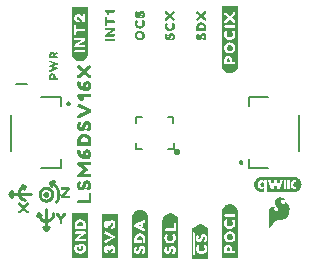
<source format=gto>
G04 EAGLE Gerber RS-274X export*
G75*
%MOMM*%
%FSLAX34Y34*%
%LPD*%
%INSilkscreen Top*%
%IPPOS*%
%AMOC8*
5,1,8,0,0,1.08239X$1,22.5*%
G01*
%ADD10C,0.254000*%
%ADD11C,0.203200*%
%ADD12C,0.560987*%
%ADD13C,0.152400*%

G36*
X190704Y177626D02*
X190704Y177626D01*
X190707Y177623D01*
X192107Y177823D01*
X192112Y177828D01*
X192116Y177825D01*
X192715Y178025D01*
X193414Y178225D01*
X193418Y178230D01*
X193422Y178228D01*
X194022Y178528D01*
X194025Y178535D01*
X194031Y178534D01*
X195031Y179334D01*
X195032Y179338D01*
X195035Y179337D01*
X196035Y180337D01*
X196036Y180349D01*
X196044Y180350D01*
X196944Y182150D01*
X196943Y182157D01*
X196947Y182158D01*
X197147Y182858D01*
X197146Y182863D01*
X197149Y182865D01*
X197249Y183564D01*
X197349Y184164D01*
X197346Y184169D01*
X197349Y184172D01*
X197349Y234372D01*
X197313Y234419D01*
X197310Y234417D01*
X197308Y234421D01*
X196708Y234521D01*
X196703Y234518D01*
X196700Y234521D01*
X183800Y234521D01*
X183753Y234485D01*
X183754Y234483D01*
X183752Y234482D01*
X183652Y233982D01*
X183653Y233979D01*
X183653Y233978D01*
X183655Y233975D01*
X183651Y233972D01*
X183651Y184372D01*
X183654Y184367D01*
X183651Y184364D01*
X183751Y183764D01*
X183851Y183065D01*
X183951Y182365D01*
X183959Y182357D01*
X183956Y182350D01*
X184856Y180550D01*
X184863Y180547D01*
X184862Y180541D01*
X185262Y180041D01*
X185266Y180040D01*
X185265Y180037D01*
X186265Y179037D01*
X186272Y179036D01*
X186273Y179031D01*
X186873Y178631D01*
X186877Y178631D01*
X186878Y178628D01*
X188078Y178028D01*
X188083Y178029D01*
X188084Y178025D01*
X188684Y177825D01*
X188691Y177827D01*
X188693Y177823D01*
X190093Y177623D01*
X190098Y177626D01*
X190100Y177623D01*
X190700Y177623D01*
X190704Y177626D01*
G37*
G36*
X197247Y21051D02*
X197247Y21051D01*
X197245Y21054D01*
X197249Y21056D01*
X197349Y21656D01*
X197346Y21661D01*
X197349Y21664D01*
X197349Y60364D01*
X197346Y60369D01*
X197349Y60372D01*
X197249Y60972D01*
X197245Y60975D01*
X197247Y60978D01*
X197047Y61678D01*
X197046Y61679D01*
X197047Y61680D01*
X196847Y62279D01*
X196647Y62978D01*
X196636Y62986D01*
X196638Y62995D01*
X196240Y63493D01*
X195841Y64091D01*
X195838Y64092D01*
X195838Y64095D01*
X195438Y64595D01*
X195434Y64596D01*
X195435Y64599D01*
X194935Y65099D01*
X194928Y65100D01*
X194927Y65105D01*
X194327Y65505D01*
X194326Y65505D01*
X194325Y65506D01*
X193825Y65806D01*
X193822Y65806D01*
X193822Y65808D01*
X193222Y66108D01*
X193220Y66108D01*
X193219Y66109D01*
X192519Y66409D01*
X192511Y66407D01*
X192508Y66413D01*
X191908Y66513D01*
X191907Y66512D01*
X191907Y66513D01*
X190507Y66713D01*
X190502Y66710D01*
X190500Y66713D01*
X189900Y66713D01*
X189896Y66710D01*
X189893Y66713D01*
X189193Y66613D01*
X189189Y66609D01*
X189186Y66611D01*
X188486Y66411D01*
X188485Y66410D01*
X188484Y66411D01*
X187884Y66211D01*
X187881Y66206D01*
X187878Y66208D01*
X187278Y65908D01*
X187276Y65904D01*
X187273Y65905D01*
X186673Y65505D01*
X186672Y65502D01*
X186669Y65502D01*
X186169Y65102D01*
X186168Y65098D01*
X186165Y65099D01*
X185165Y64099D01*
X185165Y64095D01*
X185162Y64095D01*
X184762Y63595D01*
X184761Y63587D01*
X184756Y63586D01*
X184156Y62386D01*
X184157Y62379D01*
X184153Y62378D01*
X183953Y61679D01*
X183753Y61080D01*
X183755Y61073D01*
X183751Y61071D01*
X183651Y60371D01*
X183654Y60366D01*
X183651Y60364D01*
X183651Y21164D01*
X183687Y21117D01*
X183690Y21119D01*
X183692Y21115D01*
X184292Y21015D01*
X184297Y21018D01*
X184300Y21015D01*
X197200Y21015D01*
X197247Y21051D01*
G37*
G36*
X64004Y187644D02*
X64004Y187644D01*
X64007Y187641D01*
X64707Y187741D01*
X64712Y187746D01*
X64716Y187743D01*
X65315Y187943D01*
X66014Y188143D01*
X66018Y188148D01*
X66022Y188146D01*
X67222Y188746D01*
X67225Y188753D01*
X67231Y188752D01*
X67731Y189152D01*
X67732Y189156D01*
X67735Y189155D01*
X68233Y189653D01*
X68731Y190052D01*
X68733Y190062D01*
X68741Y190063D01*
X69541Y191263D01*
X69541Y191269D01*
X69544Y191272D01*
X69543Y191273D01*
X69547Y191274D01*
X69746Y191871D01*
X70044Y192468D01*
X70042Y192479D01*
X70049Y192483D01*
X70149Y193182D01*
X70249Y193782D01*
X70248Y193783D01*
X70249Y193783D01*
X70349Y194483D01*
X70346Y194488D01*
X70349Y194490D01*
X70349Y233090D01*
X70313Y233137D01*
X70306Y233132D01*
X70300Y233139D01*
X56700Y233139D01*
X56653Y233103D01*
X56658Y233096D01*
X56651Y233090D01*
X56651Y194190D01*
X56654Y194186D01*
X56651Y194183D01*
X56851Y192783D01*
X56856Y192778D01*
X56853Y192774D01*
X57053Y192174D01*
X57058Y192171D01*
X57056Y192168D01*
X57656Y190968D01*
X57660Y190966D01*
X57659Y190963D01*
X58059Y190363D01*
X58062Y190362D01*
X58062Y190359D01*
X58462Y189859D01*
X58466Y189858D01*
X58465Y189855D01*
X58965Y189355D01*
X58969Y189355D01*
X58969Y189352D01*
X59469Y188952D01*
X59473Y188951D01*
X59473Y188949D01*
X60073Y188549D01*
X60077Y188549D01*
X60078Y188546D01*
X60678Y188246D01*
X60683Y188247D01*
X60684Y188243D01*
X61284Y188043D01*
X61286Y188044D01*
X61286Y188043D01*
X61986Y187843D01*
X61991Y187845D01*
X61993Y187841D01*
X62692Y187741D01*
X63292Y187641D01*
X63297Y187644D01*
X63300Y187641D01*
X64000Y187641D01*
X64004Y187644D01*
G37*
G36*
X120826Y20794D02*
X120826Y20794D01*
X120839Y20794D01*
X121139Y21194D01*
X121139Y21202D01*
X121143Y21205D01*
X121139Y21209D01*
X121139Y21216D01*
X121149Y21224D01*
X121149Y55024D01*
X121146Y55028D01*
X121149Y55031D01*
X120949Y56431D01*
X120948Y56432D01*
X120949Y56432D01*
X120849Y57032D01*
X120841Y57039D01*
X120844Y57046D01*
X120545Y57645D01*
X120245Y58343D01*
X120241Y58346D01*
X120242Y58349D01*
X119942Y58849D01*
X119941Y58850D01*
X119941Y58851D01*
X119541Y59451D01*
X119534Y59454D01*
X119535Y59459D01*
X119035Y59959D01*
X119031Y59959D01*
X119031Y59962D01*
X118031Y60762D01*
X118023Y60763D01*
X118022Y60768D01*
X116822Y61368D01*
X116815Y61367D01*
X116814Y61371D01*
X116115Y61571D01*
X115516Y61771D01*
X115509Y61769D01*
X115507Y61773D01*
X114807Y61873D01*
X114802Y61870D01*
X114800Y61873D01*
X114100Y61873D01*
X114096Y61870D01*
X114093Y61873D01*
X113393Y61773D01*
X113392Y61772D01*
X113392Y61773D01*
X112792Y61673D01*
X112789Y61669D01*
X112786Y61671D01*
X112086Y61471D01*
X112085Y61470D01*
X112084Y61471D01*
X111484Y61271D01*
X111481Y61266D01*
X111478Y61268D01*
X110878Y60968D01*
X110876Y60964D01*
X110873Y60965D01*
X110273Y60565D01*
X110272Y60562D01*
X110269Y60562D01*
X109769Y60162D01*
X109768Y60158D01*
X109765Y60159D01*
X109265Y59659D01*
X109265Y59655D01*
X109262Y59655D01*
X108862Y59155D01*
X108861Y59151D01*
X108859Y59151D01*
X108459Y58551D01*
X108459Y58547D01*
X108456Y58546D01*
X107856Y57346D01*
X107857Y57341D01*
X107853Y57340D01*
X107653Y56740D01*
X107655Y56733D01*
X107651Y56731D01*
X107451Y55331D01*
X107454Y55326D01*
X107451Y55324D01*
X107451Y21124D01*
X107470Y21098D01*
X107470Y21085D01*
X107870Y20785D01*
X107892Y20785D01*
X107900Y20775D01*
X120800Y20775D01*
X120826Y20794D01*
G37*
G36*
X70501Y20965D02*
X70501Y20965D01*
X70499Y20968D01*
X70503Y20970D01*
X70603Y21570D01*
X70600Y21575D01*
X70603Y21578D01*
X70603Y58778D01*
X70567Y58825D01*
X70560Y58820D01*
X70554Y58827D01*
X57054Y58827D01*
X57007Y58791D01*
X57009Y58788D01*
X57005Y58786D01*
X56905Y58186D01*
X56908Y58181D01*
X56905Y58178D01*
X56905Y24378D01*
X56910Y24371D01*
X56907Y24362D01*
X56920Y24358D01*
X56941Y24331D01*
X56960Y24345D01*
X56962Y24344D01*
X56925Y24318D01*
X56920Y24301D01*
X56907Y24291D01*
X56912Y24284D01*
X56905Y24278D01*
X56905Y20978D01*
X56941Y20931D01*
X56948Y20936D01*
X56954Y20929D01*
X70454Y20929D01*
X70501Y20965D01*
G37*
G36*
X95538Y21004D02*
X95538Y21004D01*
X95546Y21006D01*
X95746Y21506D01*
X95742Y21519D01*
X95749Y21524D01*
X95749Y58124D01*
X95713Y58171D01*
X95710Y58169D01*
X95708Y58173D01*
X95108Y58273D01*
X95103Y58270D01*
X95100Y58273D01*
X82200Y58273D01*
X82153Y58237D01*
X82155Y58234D01*
X82151Y58232D01*
X82051Y57632D01*
X82054Y57627D01*
X82051Y57624D01*
X82051Y21224D01*
X82080Y21186D01*
X82082Y21178D01*
X82582Y20978D01*
X82595Y20982D01*
X82600Y20975D01*
X95500Y20975D01*
X95538Y21004D01*
G37*
G36*
X146701Y20687D02*
X146701Y20687D01*
X146698Y20691D01*
X146703Y20693D01*
X146803Y21393D01*
X146800Y21398D01*
X146803Y21400D01*
X146803Y52500D01*
X146800Y52504D01*
X146803Y52507D01*
X146703Y53207D01*
X146699Y53211D01*
X146701Y53214D01*
X146501Y53914D01*
X146500Y53915D01*
X146501Y53916D01*
X146101Y55116D01*
X146093Y55121D01*
X146095Y55127D01*
X145295Y56327D01*
X145292Y56328D01*
X145292Y56331D01*
X144892Y56831D01*
X144885Y56833D01*
X144885Y56838D01*
X144385Y57238D01*
X143786Y57738D01*
X143780Y57738D01*
X143779Y57742D01*
X143279Y58042D01*
X143276Y58042D01*
X143276Y58044D01*
X142676Y58344D01*
X142669Y58343D01*
X142668Y58347D01*
X141969Y58547D01*
X141370Y58747D01*
X141363Y58745D01*
X141361Y58749D01*
X139961Y58949D01*
X139952Y58944D01*
X139947Y58949D01*
X139247Y58849D01*
X139246Y58848D01*
X139246Y58849D01*
X138646Y58749D01*
X137947Y58649D01*
X137939Y58641D01*
X137932Y58644D01*
X136132Y57744D01*
X136129Y57737D01*
X136123Y57738D01*
X135623Y57338D01*
X135622Y57334D01*
X135619Y57335D01*
X134619Y56335D01*
X134619Y56331D01*
X134616Y56331D01*
X134216Y55831D01*
X134215Y55823D01*
X134210Y55822D01*
X133610Y54622D01*
X133611Y54615D01*
X133607Y54614D01*
X133407Y53915D01*
X133207Y53316D01*
X133209Y53309D01*
X133205Y53307D01*
X133105Y52607D01*
X133108Y52602D01*
X133105Y52600D01*
X133105Y20800D01*
X133141Y20753D01*
X133144Y20755D01*
X133146Y20751D01*
X133746Y20651D01*
X133751Y20654D01*
X133754Y20651D01*
X146654Y20651D01*
X146701Y20687D01*
G37*
G36*
X219580Y76900D02*
X219580Y76900D01*
X219602Y76903D01*
X219610Y76920D01*
X219619Y76925D01*
X219617Y76935D01*
X219624Y76950D01*
X219636Y77366D01*
X219636Y77367D01*
X219636Y80546D01*
X219630Y80555D01*
X219633Y80566D01*
X219613Y80582D01*
X219600Y80603D01*
X219589Y80601D01*
X219580Y80608D01*
X219537Y80594D01*
X219532Y80593D01*
X219532Y80592D01*
X219531Y80592D01*
X219214Y80294D01*
X218803Y79979D01*
X218338Y79757D01*
X217835Y79637D01*
X217318Y79603D01*
X216800Y79651D01*
X216295Y79769D01*
X215811Y79954D01*
X215362Y80211D01*
X214976Y80556D01*
X214651Y80960D01*
X214386Y81406D01*
X214179Y81882D01*
X214054Y82388D01*
X213981Y82906D01*
X213945Y83427D01*
X213985Y83948D01*
X214068Y84464D01*
X214200Y84968D01*
X214416Y85440D01*
X214698Y85875D01*
X215040Y86263D01*
X215440Y86590D01*
X215893Y86842D01*
X216386Y87001D01*
X216898Y87089D01*
X217417Y87122D01*
X217932Y87066D01*
X218427Y86917D01*
X218885Y86680D01*
X219290Y86351D01*
X219291Y86350D01*
X219292Y86349D01*
X219536Y86164D01*
X219544Y86164D01*
X219548Y86157D01*
X219576Y86161D01*
X219604Y86159D01*
X219607Y86166D01*
X219615Y86167D01*
X219636Y86214D01*
X219636Y86819D01*
X219647Y87045D01*
X221947Y87045D01*
X221943Y86799D01*
X221951Y86787D01*
X221971Y77141D01*
X221971Y77140D01*
X221971Y77138D01*
X221980Y76948D01*
X221992Y76931D01*
X221995Y76910D01*
X222013Y76902D01*
X222020Y76893D01*
X222029Y76895D01*
X222043Y76889D01*
X244621Y76891D01*
X244623Y76892D01*
X244627Y76891D01*
X245681Y76997D01*
X245684Y76999D01*
X245688Y76998D01*
X246203Y77110D01*
X246206Y77112D01*
X246210Y77111D01*
X247215Y77440D01*
X247219Y77444D01*
X247226Y77445D01*
X248157Y77950D01*
X248159Y77954D01*
X248166Y77956D01*
X248995Y78612D01*
X248996Y78615D01*
X249000Y78617D01*
X249377Y78985D01*
X249378Y78988D01*
X249382Y78990D01*
X250049Y79813D01*
X250049Y79818D01*
X250055Y79822D01*
X250561Y80753D01*
X250560Y80758D01*
X250564Y80762D01*
X250748Y81256D01*
X250747Y81258D01*
X250749Y81260D01*
X250906Y81765D01*
X250905Y81767D01*
X250907Y81769D01*
X251031Y82282D01*
X251029Y82286D01*
X251032Y82290D01*
X251139Y83344D01*
X251136Y83349D01*
X251139Y83356D01*
X251049Y84410D01*
X251048Y84412D01*
X251049Y84416D01*
X250958Y84935D01*
X250956Y84938D01*
X250956Y84943D01*
X250642Y85955D01*
X250638Y85958D01*
X250638Y85966D01*
X250137Y86899D01*
X250134Y86900D01*
X250133Y86905D01*
X249830Y87337D01*
X249828Y87338D01*
X249827Y87341D01*
X249490Y87750D01*
X249489Y87750D01*
X249488Y87752D01*
X249458Y87786D01*
X249401Y87848D01*
X249401Y87849D01*
X249344Y87911D01*
X249287Y87974D01*
X249174Y88099D01*
X249174Y88100D01*
X249134Y88143D01*
X249130Y88144D01*
X249127Y88150D01*
X248310Y88824D01*
X248305Y88824D01*
X248301Y88830D01*
X247376Y89345D01*
X247373Y89345D01*
X247369Y89348D01*
X246883Y89550D01*
X246880Y89550D01*
X246876Y89553D01*
X245862Y89854D01*
X245857Y89853D01*
X245851Y89856D01*
X244796Y89963D01*
X244607Y89982D01*
X244604Y89980D01*
X244601Y89982D01*
X217585Y89982D01*
X217583Y89980D01*
X217579Y89982D01*
X216525Y89877D01*
X216522Y89875D01*
X216519Y89876D01*
X216002Y89772D01*
X216000Y89770D01*
X215995Y89771D01*
X214987Y89448D01*
X214983Y89444D01*
X214976Y89444D01*
X214045Y88938D01*
X214043Y88935D01*
X214037Y88934D01*
X213613Y88620D01*
X213612Y88619D01*
X213610Y88618D01*
X213201Y88281D01*
X213201Y88279D01*
X213198Y88278D01*
X212816Y87915D01*
X212815Y87911D01*
X212811Y87909D01*
X212138Y87091D01*
X212138Y87086D01*
X212132Y87081D01*
X211626Y86150D01*
X211626Y86146D01*
X211623Y86142D01*
X211433Y85651D01*
X211433Y85649D01*
X211431Y85646D01*
X211274Y85141D01*
X211275Y85139D01*
X211273Y85138D01*
X211142Y84626D01*
X211144Y84622D01*
X211141Y84617D01*
X211034Y83563D01*
X211036Y83559D01*
X211034Y83553D01*
X211063Y83026D01*
X211064Y83025D01*
X211063Y83023D01*
X211116Y82496D01*
X211117Y82495D01*
X211117Y82493D01*
X211200Y81972D01*
X211203Y81969D01*
X211202Y81963D01*
X211516Y80951D01*
X211520Y80948D01*
X211521Y80941D01*
X212015Y80005D01*
X212018Y80003D01*
X212018Y79999D01*
X212315Y79563D01*
X212318Y79562D01*
X212319Y79557D01*
X212436Y79420D01*
X212490Y79357D01*
X212543Y79295D01*
X212704Y79106D01*
X212757Y79044D01*
X212811Y78981D01*
X212864Y78918D01*
X213006Y78752D01*
X213010Y78751D01*
X213013Y78745D01*
X213831Y78070D01*
X213835Y78070D01*
X213840Y78064D01*
X214761Y77544D01*
X214764Y77544D01*
X214767Y77541D01*
X215251Y77332D01*
X215254Y77332D01*
X215257Y77329D01*
X216270Y77020D01*
X216275Y77022D01*
X216282Y77018D01*
X217336Y76912D01*
X217338Y76913D01*
X217340Y76912D01*
X217868Y76889D01*
X217869Y76889D01*
X217871Y76889D01*
X219562Y76889D01*
X219580Y76900D01*
G37*
G36*
X172101Y20515D02*
X172101Y20515D01*
X172098Y20519D01*
X172103Y20521D01*
X172203Y21221D01*
X172200Y21226D01*
X172203Y21228D01*
X172203Y46228D01*
X172189Y46246D01*
X172192Y46259D01*
X171792Y46759D01*
X171778Y46763D01*
X171776Y46772D01*
X165676Y49772D01*
X165660Y49769D01*
X165654Y49777D01*
X165054Y49777D01*
X165041Y49768D01*
X165032Y49772D01*
X159032Y46772D01*
X159029Y46765D01*
X159023Y46766D01*
X158523Y46366D01*
X158519Y46351D01*
X158515Y46348D01*
X158518Y46345D01*
X158516Y46336D01*
X158505Y46328D01*
X158505Y20628D01*
X158541Y20581D01*
X158545Y20584D01*
X158547Y20579D01*
X159247Y20479D01*
X159252Y20482D01*
X159254Y20479D01*
X172054Y20479D01*
X172101Y20515D01*
G37*
G36*
X223711Y46411D02*
X223711Y46411D01*
X223773Y46413D01*
X223795Y46426D01*
X223821Y46430D01*
X223892Y46478D01*
X223925Y46496D01*
X223931Y46504D01*
X223941Y46511D01*
X224441Y47011D01*
X224460Y47042D01*
X224498Y47084D01*
X224774Y47544D01*
X225241Y48011D01*
X225249Y48024D01*
X225264Y48037D01*
X225753Y48623D01*
X226941Y49811D01*
X226948Y49822D01*
X226961Y49833D01*
X228151Y51222D01*
X229108Y52178D01*
X230006Y52717D01*
X230503Y52800D01*
X232372Y52800D01*
X232398Y52806D01*
X232435Y52805D01*
X233635Y53005D01*
X233650Y53012D01*
X233672Y53013D01*
X234772Y53313D01*
X234789Y53322D01*
X234813Y53327D01*
X235813Y53727D01*
X235835Y53742D01*
X235868Y53754D01*
X236868Y54354D01*
X236888Y54374D01*
X236922Y54394D01*
X237722Y55094D01*
X237729Y55103D01*
X237741Y55111D01*
X238541Y55911D01*
X238552Y55929D01*
X238572Y55947D01*
X239272Y56847D01*
X239283Y56870D01*
X239304Y56895D01*
X240304Y58695D01*
X240315Y58731D01*
X240340Y58783D01*
X240840Y60683D01*
X240841Y60715D01*
X240852Y60758D01*
X240952Y62458D01*
X240945Y62494D01*
X240946Y62550D01*
X240646Y64150D01*
X240637Y64171D01*
X240633Y64200D01*
X240133Y65700D01*
X240114Y65731D01*
X240093Y65784D01*
X239393Y66884D01*
X239374Y66903D01*
X239356Y66933D01*
X239131Y67186D01*
X238793Y67566D01*
X238556Y67833D01*
X238524Y67855D01*
X238474Y67902D01*
X237674Y68402D01*
X237644Y68413D01*
X237624Y68427D01*
X237589Y68433D01*
X237544Y68453D01*
X237527Y68453D01*
X237510Y68458D01*
X237478Y68454D01*
X237472Y68454D01*
X237464Y68452D01*
X237441Y68449D01*
X237371Y68447D01*
X237356Y68438D01*
X237338Y68436D01*
X237308Y68416D01*
X237303Y68415D01*
X237289Y68403D01*
X237280Y68397D01*
X237219Y68364D01*
X237209Y68349D01*
X237194Y68339D01*
X237178Y68311D01*
X237170Y68305D01*
X237156Y68274D01*
X237119Y68222D01*
X237116Y68203D01*
X237108Y68189D01*
X237106Y68163D01*
X237099Y68146D01*
X237100Y68121D01*
X237092Y68080D01*
X237092Y67242D01*
X237020Y67026D01*
X236960Y66905D01*
X236767Y66712D01*
X236610Y66660D01*
X236419Y66660D01*
X235705Y66839D01*
X235363Y67010D01*
X235092Y67191D01*
X234722Y67468D01*
X234168Y68022D01*
X233825Y68536D01*
X233752Y68827D01*
X233752Y69318D01*
X233824Y69534D01*
X233902Y69689D01*
X234052Y69915D01*
X234373Y70155D01*
X234696Y70317D01*
X235147Y70407D01*
X235154Y70411D01*
X235164Y70411D01*
X235519Y70500D01*
X235982Y70500D01*
X236102Y70440D01*
X236117Y70436D01*
X236130Y70427D01*
X236264Y70401D01*
X236271Y70400D01*
X236272Y70400D01*
X236372Y70400D01*
X236397Y70406D01*
X236423Y70403D01*
X236481Y70425D01*
X236541Y70439D01*
X236561Y70456D01*
X236585Y70465D01*
X236627Y70510D01*
X236674Y70549D01*
X236685Y70573D01*
X236702Y70592D01*
X236720Y70651D01*
X236745Y70708D01*
X236744Y70733D01*
X236752Y70758D01*
X236741Y70819D01*
X236739Y70881D01*
X236726Y70903D01*
X236722Y70929D01*
X236674Y71000D01*
X236656Y71033D01*
X236648Y71039D01*
X236641Y71049D01*
X236541Y71149D01*
X236521Y71161D01*
X236500Y71184D01*
X236100Y71484D01*
X236074Y71496D01*
X236042Y71520D01*
X234642Y72220D01*
X234630Y72223D01*
X234621Y72229D01*
X234592Y72235D01*
X234555Y72251D01*
X233655Y72451D01*
X233621Y72451D01*
X233572Y72460D01*
X232572Y72460D01*
X232544Y72454D01*
X232504Y72454D01*
X231404Y72254D01*
X231369Y72239D01*
X231312Y72221D01*
X231297Y72217D01*
X231294Y72215D01*
X231290Y72214D01*
X230190Y71614D01*
X230170Y71596D01*
X230139Y71580D01*
X229239Y70880D01*
X229219Y70856D01*
X229150Y70782D01*
X228650Y69982D01*
X228638Y69948D01*
X228611Y69900D01*
X228311Y69000D01*
X228308Y68963D01*
X228292Y68880D01*
X228292Y68080D01*
X228299Y68047D01*
X228301Y67998D01*
X228501Y67098D01*
X228518Y67062D01*
X228540Y66995D01*
X229040Y66095D01*
X229062Y66071D01*
X229086Y66030D01*
X229786Y65230D01*
X229787Y65229D01*
X229788Y65227D01*
X230588Y64327D01*
X230596Y64322D01*
X230603Y64311D01*
X231245Y63669D01*
X231492Y63011D01*
X231492Y62442D01*
X231333Y61965D01*
X231012Y61564D01*
X230516Y61233D01*
X229825Y61060D01*
X229110Y61060D01*
X228681Y61146D01*
X228286Y61304D01*
X227768Y61822D01*
X227617Y62049D01*
X227552Y62242D01*
X227552Y62518D01*
X227604Y62675D01*
X228077Y63148D01*
X228292Y63219D01*
X228312Y63232D01*
X228342Y63240D01*
X228742Y63440D01*
X228771Y63464D01*
X228841Y63511D01*
X228941Y63611D01*
X228954Y63632D01*
X228973Y63648D01*
X228999Y63705D01*
X229032Y63758D01*
X229035Y63783D01*
X229045Y63806D01*
X229043Y63869D01*
X229049Y63931D01*
X229040Y63954D01*
X229039Y63979D01*
X229009Y64034D01*
X228987Y64093D01*
X228969Y64110D01*
X228957Y64132D01*
X228887Y64186D01*
X228860Y64210D01*
X228851Y64213D01*
X228842Y64220D01*
X228442Y64420D01*
X228427Y64424D01*
X228414Y64433D01*
X228280Y64459D01*
X228274Y64460D01*
X228273Y64460D01*
X228272Y64460D01*
X227072Y64460D01*
X227046Y64454D01*
X227010Y64455D01*
X226410Y64355D01*
X226404Y64353D01*
X226397Y64353D01*
X225897Y64253D01*
X225871Y64241D01*
X225831Y64233D01*
X225331Y64033D01*
X225300Y64011D01*
X225244Y63984D01*
X224844Y63684D01*
X224840Y63680D01*
X224834Y63677D01*
X224334Y63277D01*
X224317Y63254D01*
X224246Y63176D01*
X223646Y62176D01*
X223634Y62140D01*
X223606Y62084D01*
X223406Y61384D01*
X223405Y61359D01*
X223395Y61327D01*
X223295Y60527D01*
X223297Y60506D01*
X223292Y60480D01*
X223292Y46780D01*
X223298Y46755D01*
X223295Y46729D01*
X223317Y46672D01*
X223331Y46611D01*
X223348Y46591D01*
X223357Y46567D01*
X223402Y46525D01*
X223441Y46478D01*
X223465Y46467D01*
X223484Y46450D01*
X223543Y46432D01*
X223600Y46407D01*
X223625Y46408D01*
X223650Y46400D01*
X223711Y46411D01*
G37*
%LPC*%
G36*
X190303Y194221D02*
X190303Y194221D01*
X188911Y194420D01*
X188322Y194617D01*
X187727Y195013D01*
X187723Y195013D01*
X187722Y195016D01*
X187129Y195313D01*
X186638Y195803D01*
X186243Y196397D01*
X185946Y196991D01*
X185549Y198180D01*
X185549Y199268D01*
X185648Y199861D01*
X185846Y200554D01*
X186142Y201145D01*
X186538Y201641D01*
X186539Y201645D01*
X186541Y201645D01*
X186936Y202237D01*
X187527Y202631D01*
X187528Y202634D01*
X187531Y202634D01*
X188027Y203030D01*
X188615Y203324D01*
X189307Y203423D01*
X189308Y203424D01*
X189308Y203423D01*
X189904Y203523D01*
X190600Y203523D01*
X190647Y203559D01*
X190644Y203563D01*
X190647Y203564D01*
X190641Y203571D01*
X190649Y203579D01*
X190349Y205679D01*
X190306Y205721D01*
X190303Y205717D01*
X190300Y205721D01*
X189604Y205721D01*
X189012Y205820D01*
X188420Y206017D01*
X187728Y206413D01*
X187233Y206809D01*
X186837Y207205D01*
X186342Y207799D01*
X186044Y208394D01*
X185748Y208987D01*
X185649Y209679D01*
X185648Y209680D01*
X185649Y209680D01*
X185549Y210276D01*
X185549Y210969D01*
X185648Y211662D01*
X185846Y212352D01*
X186142Y212846D01*
X186535Y213435D01*
X187025Y213730D01*
X187033Y213748D01*
X187047Y213759D01*
X187041Y213768D01*
X187042Y213772D01*
X187049Y213778D01*
X187045Y213805D01*
X187577Y213628D01*
X188260Y213140D01*
X188448Y212670D01*
X188254Y212091D01*
X187956Y211494D01*
X187957Y211489D01*
X187953Y211488D01*
X187753Y210888D01*
X187755Y210882D01*
X187753Y210880D01*
X187756Y210876D01*
X187751Y210872D01*
X187751Y210172D01*
X187757Y210164D01*
X187753Y210158D01*
X187953Y209458D01*
X187958Y209454D01*
X187956Y209450D01*
X188256Y208850D01*
X188266Y208845D01*
X188265Y208837D01*
X188765Y208337D01*
X188777Y208336D01*
X188778Y208328D01*
X189378Y208028D01*
X189389Y208030D01*
X189392Y208023D01*
X189992Y207923D01*
X189997Y207926D01*
X190000Y207923D01*
X190800Y207923D01*
X190805Y207926D01*
X190808Y207923D01*
X191408Y208023D01*
X191418Y208034D01*
X191427Y208031D01*
X192027Y208431D01*
X192031Y208441D01*
X192038Y208441D01*
X192438Y208941D01*
X192439Y208945D01*
X192441Y208945D01*
X192841Y209545D01*
X192840Y209560D01*
X192849Y209565D01*
X192949Y210265D01*
X192946Y210270D01*
X192949Y210272D01*
X192949Y210872D01*
X192943Y210880D01*
X192947Y210886D01*
X192747Y211586D01*
X192742Y211590D01*
X192744Y211594D01*
X192254Y212574D01*
X192441Y213042D01*
X193024Y213528D01*
X193596Y213719D01*
X194166Y213434D01*
X194558Y212846D01*
X194854Y212352D01*
X195052Y211662D01*
X195151Y210969D01*
X195151Y210375D01*
X195051Y209679D01*
X194952Y208987D01*
X194656Y208394D01*
X194358Y207799D01*
X193963Y207305D01*
X193467Y206809D01*
X192974Y206415D01*
X192282Y206118D01*
X191684Y205919D01*
X191092Y205721D01*
X190400Y205721D01*
X190353Y205685D01*
X190361Y205675D01*
X190351Y205665D01*
X190651Y203565D01*
X190690Y203526D01*
X190692Y203523D01*
X191292Y203423D01*
X191293Y203424D01*
X191293Y203423D01*
X191985Y203324D01*
X192578Y203028D01*
X193173Y202730D01*
X193667Y202335D01*
X194162Y201841D01*
X194557Y201247D01*
X194854Y200653D01*
X195052Y200061D01*
X195151Y199369D01*
X195151Y198079D01*
X194954Y197390D01*
X194656Y196794D01*
X194359Y196201D01*
X193371Y195213D01*
X192181Y194618D01*
X190992Y194221D01*
X190303Y194221D01*
G37*
%LPD*%
G36*
X71814Y115854D02*
X71814Y115854D01*
X71816Y115851D01*
X72616Y115951D01*
X72632Y115967D01*
X72645Y115965D01*
X73145Y116465D01*
X73146Y116476D01*
X73148Y116478D01*
X73147Y116480D01*
X73148Y116488D01*
X73159Y116495D01*
X73259Y117395D01*
X73257Y117398D01*
X73259Y117400D01*
X73259Y120800D01*
X73257Y120803D01*
X73259Y120805D01*
X73159Y121705D01*
X73152Y121713D01*
X73155Y121719D01*
X72855Y122419D01*
X72808Y122446D01*
X72828Y122454D01*
X72840Y122474D01*
X72856Y122486D01*
X72851Y122493D01*
X72859Y122505D01*
X72850Y122511D01*
X72855Y122519D01*
X72555Y123219D01*
X72548Y123223D01*
X72550Y123229D01*
X72050Y123929D01*
X72044Y123930D01*
X72045Y123935D01*
X70845Y125135D01*
X70833Y125136D01*
X70832Y125144D01*
X70033Y125544D01*
X69334Y125943D01*
X69325Y125941D01*
X69322Y125948D01*
X68522Y126148D01*
X68517Y126146D01*
X68515Y126149D01*
X67615Y126249D01*
X67612Y126247D01*
X67610Y126249D01*
X66810Y126249D01*
X66807Y126247D01*
X66805Y126249D01*
X65905Y126149D01*
X65901Y126145D01*
X65898Y126148D01*
X65098Y125948D01*
X65092Y125940D01*
X65086Y125943D01*
X63686Y125143D01*
X63683Y125136D01*
X63678Y125137D01*
X62978Y124537D01*
X62976Y124529D01*
X62970Y124529D01*
X61970Y123129D01*
X61970Y123125D01*
X61967Y123124D01*
X61567Y122424D01*
X61568Y122418D01*
X61563Y122414D01*
X61564Y122413D01*
X61562Y122412D01*
X61362Y121612D01*
X61364Y121607D01*
X61361Y121605D01*
X61261Y120705D01*
X61263Y120702D01*
X61261Y120700D01*
X61261Y116700D01*
X61273Y116684D01*
X61269Y116673D01*
X61669Y116073D01*
X61692Y116065D01*
X61696Y116053D01*
X62396Y115853D01*
X62406Y115856D01*
X62410Y115851D01*
X71810Y115851D01*
X71814Y115854D01*
G37*
G36*
X71814Y89654D02*
X71814Y89654D01*
X71816Y89651D01*
X72616Y89751D01*
X72632Y89767D01*
X72645Y89765D01*
X73145Y90265D01*
X73146Y90276D01*
X73148Y90278D01*
X73147Y90280D01*
X73148Y90288D01*
X73159Y90295D01*
X73259Y91295D01*
X73253Y91305D01*
X73258Y91311D01*
X73058Y92211D01*
X73035Y92231D01*
X73032Y92244D01*
X72432Y92544D01*
X72416Y92541D01*
X72410Y92549D01*
X66529Y92549D01*
X66642Y92663D01*
X69640Y94961D01*
X69642Y94969D01*
X69648Y94968D01*
X70148Y95568D01*
X70149Y95590D01*
X70157Y95597D01*
X70156Y95598D01*
X70159Y95600D01*
X70159Y96500D01*
X70148Y96514D01*
X70153Y96524D01*
X69753Y97224D01*
X69738Y97231D01*
X69737Y97241D01*
X69139Y97640D01*
X66458Y99651D01*
X72310Y99651D01*
X72321Y99659D01*
X72329Y99655D01*
X73029Y99955D01*
X73045Y99983D01*
X73058Y99988D01*
X73258Y100788D01*
X73254Y100796D01*
X73259Y100800D01*
X73259Y101700D01*
X73247Y101716D01*
X73251Y101727D01*
X72851Y102327D01*
X72827Y102336D01*
X72822Y102348D01*
X72022Y102548D01*
X72014Y102544D01*
X72010Y102549D01*
X62510Y102549D01*
X62506Y102546D01*
X62503Y102549D01*
X61803Y102449D01*
X61783Y102428D01*
X61769Y102427D01*
X61369Y101827D01*
X61370Y101810D01*
X61361Y101805D01*
X61261Y100805D01*
X61269Y100791D01*
X61264Y100783D01*
X61564Y99983D01*
X61579Y99973D01*
X61578Y99962D01*
X63478Y98362D01*
X63481Y98362D01*
X63481Y98360D01*
X65973Y96566D01*
X66345Y95914D01*
X62281Y92940D01*
X62280Y92937D01*
X62278Y92937D01*
X61578Y92337D01*
X61575Y92324D01*
X61575Y92323D01*
X61575Y92322D01*
X61565Y92319D01*
X61265Y91619D01*
X61268Y91606D01*
X61261Y91600D01*
X61261Y90600D01*
X61272Y90586D01*
X61267Y90576D01*
X61667Y89876D01*
X61692Y89865D01*
X61696Y89853D01*
X62396Y89653D01*
X62406Y89656D01*
X62410Y89651D01*
X71810Y89651D01*
X71814Y89654D01*
G37*
G36*
X62526Y173264D02*
X62526Y173264D01*
X62539Y173260D01*
X63239Y173760D01*
X63240Y173763D01*
X63242Y173762D01*
X66542Y176562D01*
X67108Y177034D01*
X70176Y174164D01*
X70178Y174164D01*
X70178Y174163D01*
X70878Y173563D01*
X70889Y173562D01*
X70891Y173555D01*
X71591Y173255D01*
X71618Y173261D01*
X71629Y173255D01*
X72329Y173555D01*
X72337Y173568D01*
X72347Y173568D01*
X73047Y174368D01*
X73048Y174382D01*
X73057Y174384D01*
X73257Y174984D01*
X73249Y175008D01*
X73255Y175019D01*
X72955Y175719D01*
X72941Y175727D01*
X72942Y175737D01*
X72242Y176337D01*
X72242Y176338D01*
X69643Y178536D01*
X69082Y179098D01*
X72942Y182463D01*
X72946Y182478D01*
X72955Y182481D01*
X73255Y183181D01*
X73254Y183184D01*
X73257Y183186D01*
X73252Y183192D01*
X73250Y183203D01*
X73257Y183214D01*
X73057Y183914D01*
X73042Y183925D01*
X73042Y183937D01*
X72242Y184637D01*
X72229Y184638D01*
X72226Y184647D01*
X71626Y184847D01*
X71604Y184839D01*
X71593Y184846D01*
X70793Y184546D01*
X70786Y184536D01*
X70778Y184537D01*
X70078Y183937D01*
X70078Y183936D01*
X70076Y183936D01*
X67010Y181067D01*
X63243Y184536D01*
X63231Y184537D01*
X63229Y184545D01*
X62529Y184845D01*
X62505Y184839D01*
X62494Y184847D01*
X61894Y184647D01*
X61885Y184633D01*
X61875Y184635D01*
X61075Y183835D01*
X61073Y183819D01*
X61063Y183816D01*
X60863Y183216D01*
X60864Y183213D01*
X60863Y183213D01*
X60865Y183209D01*
X60871Y183192D01*
X60865Y183181D01*
X61165Y182481D01*
X61176Y182474D01*
X61175Y182465D01*
X61875Y181765D01*
X61878Y181765D01*
X61877Y181763D01*
X64376Y179564D01*
X64937Y179003D01*
X61778Y176338D01*
X61778Y176335D01*
X61775Y176335D01*
X61075Y175635D01*
X61073Y175619D01*
X61063Y175616D01*
X60863Y175016D01*
X60871Y174994D01*
X60864Y174983D01*
X61164Y174183D01*
X61177Y174175D01*
X61175Y174165D01*
X61875Y173465D01*
X61891Y173463D01*
X61894Y173453D01*
X62494Y173253D01*
X62526Y173264D01*
G37*
G36*
X70215Y104951D02*
X70215Y104951D01*
X70223Y104958D01*
X70229Y104955D01*
X70929Y105255D01*
X70932Y105258D01*
X70934Y105257D01*
X71634Y105657D01*
X71637Y105663D01*
X71642Y105662D01*
X72242Y106162D01*
X72243Y106169D01*
X72248Y106168D01*
X72748Y106768D01*
X72748Y106780D01*
X72756Y106783D01*
X73056Y107583D01*
X73055Y107587D01*
X73058Y107588D01*
X73258Y108388D01*
X73254Y108396D01*
X73259Y108400D01*
X73259Y109400D01*
X73256Y109404D01*
X73259Y109406D01*
X73159Y110206D01*
X73153Y110212D01*
X73156Y110217D01*
X72856Y111017D01*
X72848Y111022D01*
X72850Y111029D01*
X72350Y111729D01*
X72344Y111730D01*
X72345Y111735D01*
X71745Y112335D01*
X71739Y112336D01*
X71739Y112340D01*
X71039Y112840D01*
X71027Y112840D01*
X71024Y112847D01*
X70324Y113047D01*
X70318Y113045D01*
X70315Y113049D01*
X69415Y113149D01*
X69412Y113147D01*
X69410Y113149D01*
X69210Y113149D01*
X69203Y113144D01*
X69198Y113148D01*
X68398Y112948D01*
X68394Y112943D01*
X68391Y112945D01*
X67691Y112645D01*
X67685Y112636D01*
X67678Y112637D01*
X66978Y112037D01*
X66976Y112029D01*
X66970Y112029D01*
X66470Y111329D01*
X66470Y111321D01*
X66465Y111319D01*
X66165Y110619D01*
X66166Y110613D01*
X66162Y110611D01*
X65962Y109711D01*
X65965Y109703D01*
X65961Y109700D01*
X65961Y108900D01*
X65966Y108893D01*
X65962Y108888D01*
X66144Y108159D01*
X66109Y108150D01*
X65632Y108246D01*
X64949Y108832D01*
X64554Y109523D01*
X64158Y110315D01*
X64059Y111106D01*
X63959Y112005D01*
X63948Y112017D01*
X63951Y112027D01*
X63551Y112627D01*
X63527Y112636D01*
X63522Y112648D01*
X62722Y112848D01*
X62710Y112843D01*
X62705Y112849D01*
X61805Y112749D01*
X61790Y112735D01*
X61778Y112738D01*
X61178Y112238D01*
X61173Y112212D01*
X61161Y112205D01*
X61061Y111305D01*
X61065Y111299D01*
X61061Y111295D01*
X61261Y109495D01*
X61267Y109488D01*
X61264Y109483D01*
X61564Y108683D01*
X61569Y108680D01*
X61567Y108676D01*
X61967Y107976D01*
X61970Y107975D01*
X61969Y107973D01*
X62369Y107373D01*
X62376Y107370D01*
X62375Y107365D01*
X63575Y106165D01*
X63585Y106164D01*
X63586Y106157D01*
X64286Y105757D01*
X64290Y105758D01*
X64291Y105755D01*
X64991Y105455D01*
X64992Y105455D01*
X64993Y105454D01*
X65793Y105154D01*
X65797Y105155D01*
X65798Y105152D01*
X66598Y104952D01*
X66603Y104954D01*
X66605Y104951D01*
X68405Y104751D01*
X68412Y104755D01*
X68415Y104751D01*
X70215Y104951D01*
G37*
G36*
X69315Y162651D02*
X69315Y162651D01*
X69318Y162654D01*
X69321Y162652D01*
X70221Y162852D01*
X70222Y162854D01*
X70224Y162853D01*
X70924Y163053D01*
X70929Y163060D01*
X70934Y163057D01*
X71634Y163457D01*
X71637Y163463D01*
X71642Y163462D01*
X72242Y163962D01*
X72243Y163969D01*
X72248Y163968D01*
X72748Y164568D01*
X72748Y164580D01*
X72756Y164583D01*
X73056Y165383D01*
X73055Y165388D01*
X73058Y165389D01*
X73258Y166289D01*
X73255Y166297D01*
X73259Y166300D01*
X73259Y167200D01*
X73256Y167204D01*
X73259Y167206D01*
X73159Y168006D01*
X73153Y168012D01*
X73156Y168017D01*
X72856Y168817D01*
X72848Y168822D01*
X72850Y168829D01*
X72350Y169529D01*
X72344Y169530D01*
X72345Y169535D01*
X71745Y170135D01*
X71739Y170136D01*
X71739Y170140D01*
X71039Y170640D01*
X71031Y170640D01*
X71029Y170645D01*
X70329Y170945D01*
X70316Y170942D01*
X70310Y170949D01*
X69210Y170949D01*
X69206Y170946D01*
X69204Y170949D01*
X68404Y170849D01*
X68394Y170839D01*
X68386Y170843D01*
X67686Y170443D01*
X67683Y170436D01*
X67678Y170437D01*
X66978Y169837D01*
X66976Y169829D01*
X66970Y169829D01*
X66470Y169129D01*
X66470Y169121D01*
X66465Y169119D01*
X66165Y168419D01*
X66166Y168414D01*
X66162Y168412D01*
X65962Y167612D01*
X65966Y167604D01*
X65961Y167600D01*
X65961Y166700D01*
X65966Y166693D01*
X65962Y166688D01*
X66144Y165959D01*
X66109Y165950D01*
X65632Y166046D01*
X64949Y166632D01*
X64554Y167323D01*
X64158Y168114D01*
X64059Y169005D01*
X63959Y169905D01*
X63946Y169920D01*
X63948Y169931D01*
X63548Y170431D01*
X63527Y170436D01*
X63522Y170448D01*
X62722Y170648D01*
X62710Y170643D01*
X62705Y170649D01*
X61805Y170549D01*
X61790Y170535D01*
X61778Y170538D01*
X61178Y170038D01*
X61173Y170012D01*
X61161Y170005D01*
X61061Y169105D01*
X61065Y169099D01*
X61061Y169095D01*
X61161Y168195D01*
X61161Y168194D01*
X61261Y167394D01*
X61267Y167388D01*
X61264Y167383D01*
X61564Y166583D01*
X61567Y166581D01*
X61566Y166578D01*
X61966Y165778D01*
X61970Y165776D01*
X61969Y165773D01*
X62369Y165173D01*
X62376Y165170D01*
X62375Y165165D01*
X62975Y164565D01*
X62979Y164565D01*
X62978Y164562D01*
X63578Y164062D01*
X63581Y164062D01*
X63581Y164060D01*
X64281Y163560D01*
X64289Y163560D01*
X64291Y163555D01*
X64991Y163255D01*
X64992Y163255D01*
X64993Y163254D01*
X65793Y162954D01*
X65797Y162955D01*
X65798Y162952D01*
X66598Y162752D01*
X66603Y162754D01*
X66605Y162751D01*
X68405Y162551D01*
X68412Y162555D01*
X68415Y162551D01*
X69315Y162651D01*
G37*
%LPC*%
G36*
X189708Y34313D02*
X189708Y34313D01*
X189706Y34312D01*
X189700Y34312D01*
X189683Y34299D01*
X189655Y34285D01*
X189658Y34280D01*
X189652Y34276D01*
X189655Y34273D01*
X189651Y34272D01*
X189648Y34252D01*
X189649Y34259D01*
X189618Y34310D01*
X189612Y34306D01*
X189608Y34313D01*
X189012Y34412D01*
X188418Y34610D01*
X187726Y34907D01*
X187233Y35301D01*
X186737Y35797D01*
X186340Y36293D01*
X185945Y36886D01*
X185747Y37479D01*
X185549Y38171D01*
X185549Y39161D01*
X185648Y39853D01*
X185847Y40448D01*
X186045Y41042D01*
X186438Y41633D01*
X187433Y42627D01*
X187924Y43020D01*
X188515Y43217D01*
X189211Y43416D01*
X189808Y43515D01*
X190507Y43615D01*
X190546Y43655D01*
X190551Y43562D01*
X190589Y43516D01*
X190595Y43521D01*
X190600Y43515D01*
X191193Y43515D01*
X191885Y43317D01*
X192481Y43118D01*
X193071Y42823D01*
X194063Y41831D01*
X194460Y41335D01*
X194855Y40742D01*
X195052Y40153D01*
X195151Y39461D01*
X195151Y38171D01*
X194953Y37479D01*
X194755Y36886D01*
X194360Y36293D01*
X193963Y35797D01*
X193469Y35302D01*
X192875Y34907D01*
X192281Y34610D01*
X191689Y34412D01*
X190993Y34313D01*
X190301Y34214D01*
X189708Y34313D01*
G37*
%LPD*%
G36*
X70620Y78262D02*
X70620Y78262D01*
X70632Y78256D01*
X71432Y78656D01*
X71437Y78666D01*
X71445Y78665D01*
X71945Y79165D01*
X71946Y79170D01*
X71949Y79170D01*
X72549Y79970D01*
X72549Y79975D01*
X72553Y79976D01*
X72953Y80676D01*
X72951Y80685D01*
X72958Y80688D01*
X73158Y81488D01*
X73156Y81493D01*
X73159Y81495D01*
X73259Y82395D01*
X73257Y82398D01*
X73259Y82400D01*
X73259Y83200D01*
X73254Y83207D01*
X73258Y83212D01*
X73058Y84012D01*
X73054Y84015D01*
X73056Y84017D01*
X72756Y84817D01*
X72751Y84820D01*
X72753Y84824D01*
X72353Y85524D01*
X72347Y85527D01*
X72348Y85532D01*
X71848Y86132D01*
X71837Y86134D01*
X71836Y86142D01*
X71036Y86642D01*
X71030Y86641D01*
X71029Y86645D01*
X70329Y86945D01*
X70319Y86943D01*
X70315Y86949D01*
X69415Y87049D01*
X69409Y87045D01*
X69405Y87049D01*
X68505Y86949D01*
X68498Y86943D01*
X68493Y86946D01*
X67693Y86646D01*
X67690Y86641D01*
X67686Y86643D01*
X66986Y86243D01*
X66980Y86229D01*
X66970Y86229D01*
X66470Y85529D01*
X66470Y85521D01*
X66465Y85519D01*
X66165Y84819D01*
X66166Y84816D01*
X66163Y84816D01*
X65863Y83916D01*
X65864Y83913D01*
X65862Y83912D01*
X65464Y82319D01*
X65078Y81643D01*
X64322Y81454D01*
X63756Y81925D01*
X63660Y82694D01*
X63954Y83477D01*
X64450Y84171D01*
X64450Y84189D01*
X64459Y84194D01*
X64559Y84994D01*
X64545Y85018D01*
X64548Y85032D01*
X64048Y85632D01*
X64040Y85633D01*
X64040Y85639D01*
X63240Y86239D01*
X63218Y86239D01*
X63210Y86249D01*
X62610Y86249D01*
X62591Y86235D01*
X62578Y86237D01*
X61878Y85637D01*
X61876Y85628D01*
X61869Y85627D01*
X61469Y85027D01*
X61470Y85018D01*
X61463Y85016D01*
X61163Y84116D01*
X61164Y84113D01*
X61162Y84112D01*
X60962Y83312D01*
X60966Y83304D01*
X60961Y83300D01*
X60961Y81500D01*
X60968Y81490D01*
X60964Y81483D01*
X61264Y80683D01*
X61265Y80682D01*
X61265Y80681D01*
X61565Y79981D01*
X61576Y79974D01*
X61575Y79965D01*
X62175Y79365D01*
X62181Y79364D01*
X62181Y79360D01*
X62881Y78860D01*
X62889Y78860D01*
X62891Y78855D01*
X63591Y78555D01*
X63601Y78557D01*
X63605Y78551D01*
X64505Y78451D01*
X64512Y78455D01*
X64516Y78451D01*
X65316Y78551D01*
X65319Y78554D01*
X65322Y78552D01*
X66122Y78752D01*
X66130Y78763D01*
X66139Y78760D01*
X66839Y79260D01*
X66840Y79266D01*
X66845Y79265D01*
X67445Y79865D01*
X67447Y79880D01*
X67456Y79883D01*
X68356Y82283D01*
X68354Y82291D01*
X68359Y82294D01*
X68458Y83086D01*
X68844Y83858D01*
X69601Y84047D01*
X70169Y83668D01*
X70460Y82894D01*
X70362Y82018D01*
X69871Y81330D01*
X69271Y80530D01*
X69271Y80523D01*
X69266Y80522D01*
X68966Y79922D01*
X68970Y79898D01*
X68962Y79888D01*
X69162Y79088D01*
X69180Y79073D01*
X69180Y79061D01*
X69980Y78461D01*
X69992Y78461D01*
X69994Y78453D01*
X70594Y78253D01*
X70620Y78262D01*
G37*
G36*
X70620Y128462D02*
X70620Y128462D01*
X70632Y128456D01*
X71432Y128856D01*
X71438Y128869D01*
X71448Y128868D01*
X71947Y129468D01*
X72547Y130168D01*
X72548Y130175D01*
X72553Y130176D01*
X72953Y130876D01*
X72951Y130885D01*
X72958Y130888D01*
X73158Y131688D01*
X73156Y131693D01*
X73159Y131695D01*
X73259Y132595D01*
X73257Y132598D01*
X73259Y132600D01*
X73259Y133400D01*
X73254Y133407D01*
X73258Y133412D01*
X73058Y134212D01*
X73054Y134215D01*
X73056Y134217D01*
X72756Y135017D01*
X72751Y135020D01*
X72753Y135024D01*
X72353Y135724D01*
X72347Y135727D01*
X72348Y135732D01*
X71848Y136332D01*
X71837Y136334D01*
X71836Y136342D01*
X71036Y136842D01*
X71030Y136841D01*
X71029Y136845D01*
X70329Y137145D01*
X70319Y137143D01*
X70315Y137149D01*
X69415Y137249D01*
X69409Y137245D01*
X69405Y137249D01*
X68505Y137149D01*
X68498Y137143D01*
X68493Y137146D01*
X67693Y136846D01*
X67690Y136841D01*
X67686Y136843D01*
X66986Y136443D01*
X66980Y136429D01*
X66970Y136429D01*
X66470Y135729D01*
X66470Y135721D01*
X66465Y135719D01*
X66165Y135019D01*
X66166Y135016D01*
X66163Y135016D01*
X65863Y134116D01*
X65864Y134113D01*
X65862Y134112D01*
X65464Y132519D01*
X65078Y131843D01*
X64322Y131654D01*
X63757Y132125D01*
X63660Y132992D01*
X63954Y133677D01*
X64452Y134474D01*
X64450Y134488D01*
X64459Y134493D01*
X64559Y135193D01*
X64545Y135218D01*
X64548Y135232D01*
X64048Y135832D01*
X64040Y135833D01*
X64040Y135839D01*
X63240Y136439D01*
X63218Y136439D01*
X63210Y136449D01*
X62610Y136449D01*
X62591Y136435D01*
X62578Y136437D01*
X61878Y135837D01*
X61876Y135828D01*
X61869Y135827D01*
X61469Y135227D01*
X61470Y135218D01*
X61463Y135216D01*
X61163Y134316D01*
X61164Y134313D01*
X61162Y134312D01*
X60962Y133512D01*
X60966Y133504D01*
X60961Y133500D01*
X60961Y131700D01*
X60968Y131690D01*
X60964Y131683D01*
X61264Y130883D01*
X61265Y130882D01*
X61265Y130881D01*
X61565Y130181D01*
X61576Y130174D01*
X61575Y130165D01*
X62175Y129565D01*
X62181Y129564D01*
X62181Y129560D01*
X62881Y129060D01*
X62889Y129060D01*
X62891Y129055D01*
X63591Y128755D01*
X63601Y128757D01*
X63605Y128751D01*
X64505Y128651D01*
X64512Y128655D01*
X64516Y128651D01*
X65316Y128751D01*
X65319Y128754D01*
X65322Y128752D01*
X66122Y128952D01*
X66130Y128963D01*
X66139Y128960D01*
X66839Y129460D01*
X66840Y129466D01*
X66845Y129465D01*
X67445Y130065D01*
X67447Y130080D01*
X67456Y130083D01*
X68356Y132483D01*
X68354Y132491D01*
X68359Y132494D01*
X68458Y133286D01*
X68844Y134058D01*
X69601Y134247D01*
X70169Y133868D01*
X70460Y133094D01*
X70362Y132218D01*
X69871Y131531D01*
X69273Y130832D01*
X69272Y130821D01*
X69265Y130819D01*
X68965Y130119D01*
X68970Y130098D01*
X68962Y130088D01*
X69162Y129288D01*
X69180Y129273D01*
X69180Y129261D01*
X69980Y128661D01*
X69992Y128661D01*
X69994Y128653D01*
X70594Y128453D01*
X70620Y128462D01*
G37*
%LPC*%
G36*
X186749Y216078D02*
X186749Y216078D01*
X186709Y216119D01*
X186708Y216121D01*
X186128Y216217D01*
X185847Y216591D01*
X185750Y217368D01*
X185942Y218040D01*
X186414Y218323D01*
X193800Y218323D01*
X193847Y218359D01*
X193843Y218365D01*
X193849Y218369D01*
X193949Y220069D01*
X193927Y220103D01*
X193925Y220114D01*
X193429Y220412D01*
X192832Y220910D01*
X190333Y223109D01*
X190273Y223113D01*
X190273Y223108D01*
X190268Y223109D01*
X187171Y220412D01*
X186694Y220126D01*
X186129Y220314D01*
X185643Y220898D01*
X185452Y221374D01*
X185643Y221945D01*
X186133Y222436D01*
X188232Y224235D01*
X188233Y224237D01*
X188235Y224237D01*
X188635Y224637D01*
X188643Y224696D01*
X188632Y224698D01*
X188633Y224708D01*
X186134Y227008D01*
X185642Y227500D01*
X185452Y227974D01*
X185643Y228545D01*
X186224Y229127D01*
X186690Y229220D01*
X187270Y228833D01*
X189867Y226636D01*
X190265Y226237D01*
X190289Y226234D01*
X190290Y226233D01*
X190299Y226233D01*
X190324Y226229D01*
X190325Y226237D01*
X190333Y226236D01*
X192832Y228534D01*
X193327Y228930D01*
X193902Y229218D01*
X194372Y229030D01*
X194958Y228444D01*
X195148Y227970D01*
X194958Y227400D01*
X191868Y224709D01*
X191856Y224651D01*
X191870Y224648D01*
X191869Y224634D01*
X192369Y224234D01*
X194367Y222435D01*
X194369Y222435D01*
X194368Y222434D01*
X194959Y221942D01*
X195148Y221470D01*
X194957Y220899D01*
X194371Y220313D01*
X193978Y220116D01*
X193967Y220094D01*
X193961Y220090D01*
X193963Y220087D01*
X193961Y220082D01*
X193951Y220075D01*
X193851Y218375D01*
X193884Y218325D01*
X193893Y218332D01*
X193900Y218323D01*
X194488Y218323D01*
X195055Y218039D01*
X195151Y217369D01*
X195151Y216592D01*
X194776Y216218D01*
X194196Y216121D01*
X186800Y216121D01*
X186753Y216085D01*
X186760Y216076D01*
X186751Y216068D01*
X186753Y216050D01*
X186749Y216078D01*
G37*
%LPD*%
G36*
X63224Y139653D02*
X63224Y139653D01*
X63228Y139658D01*
X63232Y139656D01*
X72332Y144156D01*
X72336Y144164D01*
X72342Y144162D01*
X72942Y144662D01*
X72946Y144680D01*
X72956Y144683D01*
X73256Y145483D01*
X73253Y145493D01*
X73256Y145495D01*
X73253Y145500D01*
X73259Y145506D01*
X73159Y146306D01*
X73145Y146320D01*
X73148Y146332D01*
X72648Y146932D01*
X72634Y146935D01*
X72632Y146944D01*
X71832Y147344D01*
X63532Y151544D01*
X63524Y151542D01*
X63522Y151548D01*
X62722Y151748D01*
X62705Y151741D01*
X62696Y151747D01*
X61996Y151547D01*
X61983Y151529D01*
X61970Y151529D01*
X61470Y150829D01*
X61470Y150819D01*
X61464Y150817D01*
X61164Y150017D01*
X61168Y150005D01*
X61166Y150004D01*
X61169Y150000D01*
X61171Y149994D01*
X61164Y149983D01*
X61464Y149183D01*
X61487Y149168D01*
X61489Y149155D01*
X69037Y145679D01*
X68877Y145439D01*
X62290Y142545D01*
X62288Y142541D01*
X62285Y142542D01*
X61785Y142242D01*
X61781Y142234D01*
X61775Y142235D01*
X61175Y141635D01*
X61171Y141603D01*
X61161Y141594D01*
X61261Y140794D01*
X61271Y140784D01*
X61267Y140776D01*
X61767Y139876D01*
X61784Y139869D01*
X61786Y139857D01*
X62486Y139457D01*
X62513Y139461D01*
X62524Y139453D01*
X63224Y139653D01*
G37*
%LPC*%
G36*
X190449Y45666D02*
X190449Y45666D01*
X190411Y45712D01*
X190405Y45707D01*
X190400Y45713D01*
X189704Y45713D01*
X189111Y45812D01*
X188421Y46009D01*
X187827Y46405D01*
X187826Y46405D01*
X187825Y46406D01*
X187331Y46703D01*
X186837Y47197D01*
X186440Y47693D01*
X186045Y48285D01*
X185847Y48978D01*
X185846Y48979D01*
X185847Y48980D01*
X185648Y49575D01*
X185549Y50267D01*
X185549Y50861D01*
X185648Y51554D01*
X185847Y52249D01*
X186045Y52842D01*
X186437Y53430D01*
X186931Y53826D01*
X186935Y53842D01*
X186947Y53851D01*
X186941Y53860D01*
X186949Y53866D01*
X186849Y56066D01*
X186811Y56112D01*
X186809Y56110D01*
X186808Y56113D01*
X186220Y56211D01*
X185847Y56491D01*
X185750Y57360D01*
X185943Y58035D01*
X186316Y58315D01*
X194491Y58315D01*
X194961Y58127D01*
X195151Y57556D01*
X195151Y56678D01*
X194870Y56209D01*
X194296Y56113D01*
X186900Y56113D01*
X186853Y56077D01*
X186859Y56069D01*
X186851Y56062D01*
X186951Y53862D01*
X186989Y53816D01*
X186991Y53818D01*
X186992Y53815D01*
X187579Y53718D01*
X188162Y53231D01*
X188448Y52754D01*
X188353Y52182D01*
X187959Y51591D01*
X187960Y51582D01*
X187953Y51580D01*
X187753Y50980D01*
X187755Y50974D01*
X187753Y50972D01*
X187756Y50968D01*
X187751Y50964D01*
X187751Y50264D01*
X187757Y50256D01*
X187753Y50250D01*
X187953Y49550D01*
X187958Y49546D01*
X187956Y49542D01*
X188256Y48942D01*
X188263Y48939D01*
X188262Y48933D01*
X188662Y48433D01*
X188676Y48430D01*
X188678Y48420D01*
X189278Y48120D01*
X189285Y48121D01*
X189286Y48117D01*
X189986Y47917D01*
X189996Y47920D01*
X190000Y47915D01*
X190700Y47915D01*
X190705Y47918D01*
X190708Y47915D01*
X191308Y48015D01*
X191318Y48026D01*
X191327Y48023D01*
X191927Y48423D01*
X191930Y48430D01*
X191935Y48429D01*
X192435Y48929D01*
X192436Y48941D01*
X192444Y48942D01*
X192744Y49542D01*
X192743Y49547D01*
X192747Y49548D01*
X192947Y50148D01*
X192944Y50155D01*
X192947Y50157D01*
X192945Y50161D01*
X192949Y50164D01*
X192949Y50864D01*
X192946Y50869D01*
X192949Y50872D01*
X192849Y51472D01*
X192841Y51479D01*
X192844Y51486D01*
X192644Y51886D01*
X192642Y51887D01*
X192643Y51888D01*
X192253Y52571D01*
X192344Y52936D01*
X192926Y53422D01*
X193602Y53711D01*
X194168Y53523D01*
X194556Y52941D01*
X194754Y52446D01*
X194755Y52445D01*
X195052Y51751D01*
X195151Y51061D01*
X195151Y49771D01*
X194954Y49082D01*
X194656Y48486D01*
X194358Y47891D01*
X193963Y47397D01*
X193467Y46901D01*
X192971Y46504D01*
X192378Y46109D01*
X191789Y45912D01*
X191093Y45813D01*
X191092Y45812D01*
X191092Y45813D01*
X190492Y45713D01*
X190451Y45669D01*
X190455Y45665D01*
X190451Y45662D01*
X190479Y45080D01*
X190449Y45666D01*
G37*
%LPD*%
G36*
X114505Y205294D02*
X114505Y205294D01*
X114508Y205291D01*
X115108Y205391D01*
X115109Y205392D01*
X115110Y205392D01*
X115610Y205492D01*
X115613Y205495D01*
X115616Y205493D01*
X116216Y205693D01*
X116249Y205742D01*
X116236Y205751D01*
X116242Y205766D01*
X116221Y205800D01*
X116225Y205798D01*
X116725Y206098D01*
X116727Y206101D01*
X116730Y206101D01*
X117130Y206401D01*
X117131Y206406D01*
X117135Y206405D01*
X117635Y206905D01*
X117636Y206914D01*
X117642Y206915D01*
X118242Y207915D01*
X118241Y207927D01*
X118248Y207930D01*
X118348Y208430D01*
X118348Y208431D01*
X118349Y208432D01*
X118449Y209032D01*
X118446Y209037D01*
X118449Y209040D01*
X118449Y210240D01*
X118442Y210249D01*
X118447Y210256D01*
X118247Y210856D01*
X118245Y210857D01*
X118246Y210858D01*
X118046Y211358D01*
X118041Y211361D01*
X118042Y211365D01*
X117742Y211865D01*
X117738Y211867D01*
X117738Y211871D01*
X117338Y212371D01*
X117331Y212373D01*
X117331Y212378D01*
X116831Y212778D01*
X116826Y212779D01*
X116825Y212782D01*
X116325Y213082D01*
X116319Y213082D01*
X116318Y213086D01*
X115318Y213486D01*
X115311Y213484D01*
X115308Y213489D01*
X114708Y213589D01*
X114703Y213586D01*
X114700Y213589D01*
X113500Y213589D01*
X113495Y213586D01*
X113492Y213589D01*
X112892Y213489D01*
X112888Y213484D01*
X112884Y213487D01*
X112284Y213287D01*
X112280Y213280D01*
X112275Y213282D01*
X111775Y212982D01*
X111771Y212974D01*
X111765Y212975D01*
X111367Y212577D01*
X110869Y212178D01*
X110866Y212166D01*
X110858Y212165D01*
X110258Y211165D01*
X110258Y211159D01*
X110254Y211158D01*
X110054Y210658D01*
X110056Y210651D01*
X110051Y210648D01*
X109851Y209448D01*
X109854Y209443D01*
X109851Y209440D01*
X109851Y209040D01*
X109854Y209035D01*
X109851Y209032D01*
X109951Y208432D01*
X109957Y208426D01*
X109954Y208422D01*
X110154Y207922D01*
X110159Y207919D01*
X110158Y207915D01*
X110758Y206915D01*
X110762Y206913D01*
X110762Y206909D01*
X111162Y206409D01*
X111170Y206407D01*
X111170Y206401D01*
X111570Y206101D01*
X111577Y206101D01*
X111578Y206096D01*
X112177Y205797D01*
X112675Y205498D01*
X112688Y205499D01*
X112692Y205491D01*
X113892Y205291D01*
X113897Y205294D01*
X113900Y205291D01*
X114500Y205291D01*
X114505Y205294D01*
G37*
G36*
X170088Y213404D02*
X170088Y213404D01*
X170100Y213401D01*
X170500Y213701D01*
X170504Y213717D01*
X170511Y213722D01*
X170507Y213728D01*
X170509Y213732D01*
X170519Y213740D01*
X170519Y216840D01*
X170516Y216845D01*
X170519Y216848D01*
X170419Y217448D01*
X170418Y217449D01*
X170418Y217450D01*
X170318Y217950D01*
X170274Y217989D01*
X170288Y217994D01*
X170319Y218045D01*
X170307Y218052D01*
X170312Y218065D01*
X170012Y218565D01*
X170009Y218567D01*
X170009Y218570D01*
X169709Y218970D01*
X169708Y218970D01*
X169708Y218971D01*
X169308Y219471D01*
X169301Y219473D01*
X169301Y219478D01*
X168801Y219878D01*
X168796Y219879D01*
X168795Y219882D01*
X168295Y220182D01*
X168289Y220182D01*
X168288Y220186D01*
X167788Y220386D01*
X167786Y220385D01*
X167786Y220387D01*
X167186Y220587D01*
X167180Y220585D01*
X167178Y220589D01*
X166578Y220689D01*
X166573Y220686D01*
X166570Y220689D01*
X165970Y220689D01*
X165965Y220686D01*
X165962Y220689D01*
X165362Y220589D01*
X165356Y220583D01*
X165352Y220586D01*
X164853Y220386D01*
X164254Y220187D01*
X164248Y220177D01*
X164240Y220179D01*
X163840Y219879D01*
X163840Y219878D01*
X163839Y219878D01*
X163339Y219478D01*
X163337Y219471D01*
X163332Y219471D01*
X162932Y218971D01*
X162931Y218966D01*
X162928Y218965D01*
X162328Y217965D01*
X162329Y217952D01*
X162321Y217948D01*
X162121Y216748D01*
X162124Y216743D01*
X162121Y216740D01*
X162121Y213940D01*
X162134Y213922D01*
X162131Y213910D01*
X162431Y213510D01*
X162455Y213504D01*
X162460Y213492D01*
X162960Y213392D01*
X162967Y213395D01*
X162970Y213391D01*
X170070Y213391D01*
X170088Y213404D01*
G37*
%LPC*%
G36*
X59958Y35327D02*
X59958Y35327D01*
X59383Y35423D01*
X59003Y35993D01*
X59003Y36670D01*
X59196Y37249D01*
X59785Y37739D01*
X63484Y40539D01*
X64284Y41139D01*
X64285Y41144D01*
X64289Y41143D01*
X64489Y41343D01*
X64490Y41354D01*
X64491Y41354D01*
X64490Y41355D01*
X64491Y41357D01*
X64501Y41365D01*
X64493Y41375D01*
X64497Y41402D01*
X64470Y41406D01*
X64454Y41427D01*
X59674Y41427D01*
X59003Y42098D01*
X59003Y42864D01*
X59288Y43338D01*
X59766Y43530D01*
X60557Y43629D01*
X67254Y43629D01*
X67301Y43665D01*
X67299Y43667D01*
X67302Y43669D01*
X67299Y43673D01*
X67303Y43676D01*
X67305Y43707D01*
X67305Y43678D01*
X67341Y43631D01*
X67344Y43633D01*
X67346Y43629D01*
X67930Y43532D01*
X68307Y43155D01*
X68405Y42375D01*
X68405Y41798D01*
X67822Y41215D01*
X63024Y37617D01*
X63020Y37601D01*
X63007Y37591D01*
X63014Y37581D01*
X63008Y37560D01*
X63036Y37552D01*
X63054Y37529D01*
X67740Y37529D01*
X68213Y37245D01*
X68405Y36670D01*
X68405Y35798D01*
X68030Y35424D01*
X67450Y35327D01*
X59958Y35327D01*
G37*
%LPD*%
%LPC*%
G36*
X225559Y79695D02*
X225559Y79695D01*
X225198Y79700D01*
X222610Y86818D01*
X222609Y86820D01*
X222611Y86854D01*
X222539Y87045D01*
X224875Y87045D01*
X224932Y86849D01*
X226281Y82276D01*
X226295Y82264D01*
X226301Y82246D01*
X226324Y82239D01*
X226333Y82232D01*
X226340Y82235D01*
X226350Y82232D01*
X226499Y82253D01*
X226507Y82260D01*
X226517Y82259D01*
X226549Y82297D01*
X226550Y82298D01*
X227890Y87036D01*
X228187Y87045D01*
X229775Y87045D01*
X230177Y87047D01*
X231527Y82440D01*
X231624Y82084D01*
X231638Y82072D01*
X231643Y82054D01*
X231661Y82051D01*
X231675Y82039D01*
X231692Y82046D01*
X231711Y82044D01*
X231726Y82061D01*
X231737Y82066D01*
X231739Y82075D01*
X231745Y82083D01*
X233145Y86706D01*
X233247Y87045D01*
X235321Y87045D01*
X235505Y87039D01*
X235415Y86777D01*
X232855Y79702D01*
X232526Y79695D01*
X230940Y79695D01*
X230474Y79718D01*
X229082Y84231D01*
X229069Y84242D01*
X229066Y84258D01*
X229046Y84262D01*
X229030Y84275D01*
X229015Y84268D01*
X228999Y84271D01*
X228979Y84251D01*
X228969Y84246D01*
X228968Y84239D01*
X228963Y84234D01*
X228806Y83797D01*
X228806Y83796D01*
X228805Y83795D01*
X227532Y79714D01*
X227146Y79695D01*
X225559Y79695D01*
G37*
%LPD*%
%LPC*%
G36*
X59509Y199439D02*
X59509Y199439D01*
X59036Y199629D01*
X58749Y200202D01*
X58749Y200876D01*
X59039Y201360D01*
X59632Y201953D01*
X62328Y203950D01*
X64127Y205149D01*
X64147Y205205D01*
X64142Y205207D01*
X64144Y205212D01*
X64044Y205412D01*
X64007Y205431D01*
X64000Y205439D01*
X59903Y205439D01*
X59218Y205537D01*
X58941Y205722D01*
X58749Y206298D01*
X58749Y206973D01*
X59129Y207448D01*
X59708Y207641D01*
X67196Y207641D01*
X67773Y207545D01*
X68151Y207073D01*
X68151Y206294D01*
X68054Y205714D01*
X67468Y205127D01*
X63070Y201829D01*
X63069Y201824D01*
X63065Y201825D01*
X62865Y201625D01*
X62863Y201611D01*
X62853Y201603D01*
X62861Y201593D01*
X62857Y201566D01*
X62884Y201562D01*
X62900Y201541D01*
X67586Y201541D01*
X68054Y201260D01*
X68150Y200490D01*
X68054Y199717D01*
X67684Y199439D01*
X59509Y199439D01*
G37*
%LPD*%
G36*
X19017Y58761D02*
X19017Y58761D01*
X19028Y58754D01*
X19528Y58954D01*
X19536Y58966D01*
X19545Y58965D01*
X20145Y59565D01*
X20147Y59579D01*
X20156Y59582D01*
X20356Y60082D01*
X20348Y60110D01*
X20354Y60122D01*
X20054Y60722D01*
X20044Y60727D01*
X20045Y60735D01*
X19546Y61234D01*
X17277Y63700D01*
X20046Y66666D01*
X20047Y66677D01*
X20054Y66678D01*
X20354Y67278D01*
X20349Y67304D01*
X20357Y67316D01*
X20157Y67916D01*
X20141Y67926D01*
X20142Y67938D01*
X19542Y68438D01*
X19530Y68438D01*
X19528Y68446D01*
X19028Y68646D01*
X19005Y68639D01*
X18994Y68647D01*
X18394Y68447D01*
X18384Y68431D01*
X18372Y68432D01*
X17872Y67832D01*
X16073Y65833D01*
X16073Y65831D01*
X16072Y65831D01*
X15709Y65378D01*
X13548Y67932D01*
X13541Y67933D01*
X13542Y67938D01*
X12942Y68438D01*
X12930Y68438D01*
X12928Y68446D01*
X12428Y68646D01*
X12405Y68639D01*
X12394Y68647D01*
X11794Y68447D01*
X11785Y68433D01*
X11775Y68435D01*
X11175Y67835D01*
X11172Y67815D01*
X11162Y67810D01*
X11062Y67310D01*
X11072Y67289D01*
X11066Y67278D01*
X11366Y66678D01*
X11375Y66674D01*
X11374Y66667D01*
X13672Y64168D01*
X14045Y63702D01*
X11774Y61233D01*
X11774Y61231D01*
X11772Y61232D01*
X11272Y60632D01*
X11272Y60618D01*
X11263Y60616D01*
X11063Y60016D01*
X11070Y59996D01*
X11070Y59995D01*
X11070Y59994D01*
X11071Y59993D01*
X11064Y59982D01*
X11264Y59482D01*
X11279Y59473D01*
X11278Y59462D01*
X11878Y58962D01*
X11892Y58962D01*
X11894Y58953D01*
X12494Y58753D01*
X12517Y58761D01*
X12528Y58754D01*
X13028Y58954D01*
X13037Y58969D01*
X13048Y58968D01*
X13547Y59568D01*
X15346Y61667D01*
X15708Y62028D01*
X18373Y58968D01*
X18391Y58964D01*
X18394Y58953D01*
X18994Y58753D01*
X19017Y58761D01*
G37*
%LPC*%
G36*
X59858Y45727D02*
X59858Y45727D01*
X59285Y45823D01*
X59003Y46292D01*
X59003Y49574D01*
X59102Y50167D01*
X59300Y50860D01*
X59597Y51455D01*
X59894Y51949D01*
X60389Y52543D01*
X60885Y52940D01*
X61381Y53336D01*
X61972Y53632D01*
X62661Y53829D01*
X64647Y53829D01*
X65336Y53632D01*
X65931Y53335D01*
X66425Y53038D01*
X67019Y52543D01*
X67414Y52049D01*
X67811Y51453D01*
X68108Y50859D01*
X68306Y50267D01*
X68405Y49575D01*
X68405Y46881D01*
X68307Y46198D01*
X68027Y45824D01*
X67351Y45727D01*
X61081Y45727D01*
X61593Y47929D01*
X65554Y47929D01*
X65559Y47932D01*
X65562Y47929D01*
X66162Y48029D01*
X66203Y48073D01*
X66200Y48076D01*
X66203Y48078D01*
X66203Y50078D01*
X66194Y50091D01*
X66198Y50100D01*
X66098Y50300D01*
X66088Y50305D01*
X66089Y50313D01*
X65089Y51313D01*
X65077Y51314D01*
X65076Y51322D01*
X64476Y51622D01*
X64465Y51620D01*
X64461Y51627D01*
X63761Y51727D01*
X63752Y51722D01*
X63747Y51727D01*
X63047Y51627D01*
X63039Y51619D01*
X63032Y51622D01*
X62432Y51322D01*
X62429Y51315D01*
X62423Y51316D01*
X61923Y50916D01*
X61921Y50909D01*
X61916Y50909D01*
X61516Y50409D01*
X61515Y50401D01*
X61510Y50400D01*
X61210Y49800D01*
X61213Y49784D01*
X61205Y49778D01*
X61205Y48378D01*
X61218Y48360D01*
X61215Y48348D01*
X61501Y47967D01*
X60980Y45727D01*
X59858Y45727D01*
G37*
%LPD*%
%LPC*%
G36*
X186608Y25013D02*
X186608Y25013D01*
X186030Y25206D01*
X185739Y25594D01*
X185698Y25605D01*
X185725Y25622D01*
X185739Y25656D01*
X185749Y25664D01*
X185749Y29160D01*
X185847Y29749D01*
X186441Y30935D01*
X186933Y31427D01*
X187429Y31824D01*
X188018Y32217D01*
X188703Y32315D01*
X189397Y32315D01*
X190089Y32216D01*
X190678Y32019D01*
X191269Y31626D01*
X191762Y31133D01*
X192155Y30542D01*
X192353Y29948D01*
X192551Y29356D01*
X192551Y27364D01*
X192587Y27317D01*
X192591Y27320D01*
X192593Y27315D01*
X193293Y27215D01*
X193298Y27218D01*
X193300Y27215D01*
X194586Y27215D01*
X195055Y26934D01*
X195150Y26264D01*
X195053Y25483D01*
X194773Y25110D01*
X194097Y25013D01*
X186608Y25013D01*
G37*
%LPD*%
%LPC*%
G36*
X186508Y185021D02*
X186508Y185021D01*
X185939Y185211D01*
X185749Y185780D01*
X185749Y189169D01*
X185848Y189857D01*
X186143Y190447D01*
X186538Y191041D01*
X187033Y191535D01*
X187527Y191930D01*
X188115Y192224D01*
X188803Y192323D01*
X189497Y192323D01*
X190185Y192224D01*
X190775Y191929D01*
X191366Y191535D01*
X191760Y191043D01*
X192157Y190447D01*
X192453Y189857D01*
X192551Y189268D01*
X192551Y187872D01*
X192554Y187867D01*
X192551Y187864D01*
X192651Y187264D01*
X192695Y187223D01*
X192698Y187226D01*
X192700Y187223D01*
X193997Y187223D01*
X194681Y187125D01*
X195054Y186845D01*
X195150Y186072D01*
X195054Y185399D01*
X194681Y185119D01*
X193997Y185021D01*
X186508Y185021D01*
G37*
%LPD*%
%LPC*%
G36*
X63457Y24727D02*
X63457Y24727D01*
X62065Y24926D01*
X61476Y25123D01*
X60883Y25518D01*
X60387Y25915D01*
X59891Y26411D01*
X59496Y26905D01*
X59198Y27500D01*
X58902Y28093D01*
X58803Y28785D01*
X58802Y28786D01*
X58803Y28786D01*
X58704Y29379D01*
X58803Y30071D01*
X58902Y30767D01*
X59100Y31359D01*
X59397Y31953D01*
X59786Y32537D01*
X60350Y32725D01*
X60927Y32437D01*
X61509Y31951D01*
X61603Y31484D01*
X61009Y30199D01*
X61011Y30189D01*
X61005Y30186D01*
X60905Y29586D01*
X60911Y29576D01*
X60905Y29571D01*
X61005Y28871D01*
X61009Y28867D01*
X61007Y28864D01*
X61207Y28164D01*
X61218Y28156D01*
X61216Y28147D01*
X61616Y27647D01*
X61623Y27645D01*
X61623Y27640D01*
X62123Y27240D01*
X62137Y27239D01*
X62140Y27231D01*
X62840Y27031D01*
X62845Y27033D01*
X62847Y27029D01*
X63547Y26929D01*
X63556Y26934D01*
X63561Y26929D01*
X64261Y27029D01*
X64266Y27034D01*
X64270Y27031D01*
X64870Y27231D01*
X64877Y27242D01*
X64885Y27240D01*
X65385Y27640D01*
X65387Y27647D01*
X65392Y27646D01*
X65892Y28246D01*
X65892Y28254D01*
X65892Y28260D01*
X65901Y28262D01*
X66101Y28862D01*
X66099Y28868D01*
X66103Y28870D01*
X66203Y29470D01*
X66200Y29475D01*
X66203Y29478D01*
X66203Y30178D01*
X66194Y30191D01*
X66198Y30200D01*
X65898Y30800D01*
X65861Y30819D01*
X65854Y30827D01*
X64554Y30827D01*
X64507Y30791D01*
X64511Y30786D01*
X64505Y30782D01*
X64406Y29400D01*
X64034Y29027D01*
X63362Y29027D01*
X62793Y29217D01*
X62603Y29786D01*
X62603Y31971D01*
X62797Y32649D01*
X63174Y32931D01*
X63857Y33029D01*
X66546Y33029D01*
X67127Y32835D01*
X67615Y32348D01*
X67911Y31855D01*
X68207Y31263D01*
X68305Y30671D01*
X68405Y29875D01*
X68405Y29181D01*
X68305Y28486D01*
X68207Y27893D01*
X67911Y27303D01*
X67516Y26709D01*
X66521Y25715D01*
X66027Y25320D01*
X65436Y25024D01*
X64743Y24826D01*
X64150Y24727D01*
X63457Y24727D01*
G37*
%LPD*%
G36*
X54585Y71462D02*
X54585Y71462D01*
X54595Y71458D01*
X55095Y71758D01*
X55103Y71777D01*
X55110Y71782D01*
X55117Y71784D01*
X55317Y72384D01*
X55312Y72400D01*
X55319Y72407D01*
X55219Y73107D01*
X55206Y73120D01*
X55208Y73131D01*
X54808Y73631D01*
X54783Y73637D01*
X54777Y73649D01*
X54077Y73749D01*
X54072Y73746D01*
X54070Y73749D01*
X51376Y73749D01*
X51053Y73830D01*
X54910Y79171D01*
X54910Y79183D01*
X54917Y79186D01*
X55117Y79886D01*
X55110Y79906D01*
X55117Y79916D01*
X54917Y80516D01*
X54898Y80528D01*
X54897Y80541D01*
X54297Y80941D01*
X54283Y80940D01*
X54278Y80949D01*
X53678Y81049D01*
X53673Y81046D01*
X53670Y81049D01*
X48270Y81049D01*
X48257Y81040D01*
X48248Y81044D01*
X47648Y80744D01*
X47633Y80714D01*
X47621Y80708D01*
X47521Y80108D01*
X47524Y80103D01*
X47521Y80100D01*
X47521Y79200D01*
X47537Y79179D01*
X47535Y79165D01*
X47935Y78765D01*
X47962Y78762D01*
X47970Y78751D01*
X51344Y78751D01*
X51510Y78501D01*
X47630Y73129D01*
X47630Y73112D01*
X47621Y73107D01*
X47521Y72407D01*
X47531Y72389D01*
X47526Y72378D01*
X47826Y71778D01*
X47843Y71769D01*
X47845Y71758D01*
X48345Y71458D01*
X48363Y71460D01*
X48370Y71451D01*
X54570Y71451D01*
X54585Y71462D01*
G37*
G36*
X72528Y67565D02*
X72528Y67565D01*
X72541Y67562D01*
X73041Y67962D01*
X73045Y67977D01*
X73050Y67981D01*
X73047Y67984D01*
X73058Y67989D01*
X73258Y68889D01*
X73255Y68897D01*
X73259Y68900D01*
X73259Y74800D01*
X73257Y74803D01*
X73259Y74805D01*
X73159Y75705D01*
X73132Y75733D01*
X73129Y75745D01*
X72429Y76045D01*
X72416Y76042D01*
X72410Y76049D01*
X71510Y76049D01*
X71491Y76035D01*
X71478Y76038D01*
X70878Y75538D01*
X70872Y75508D01*
X70861Y75500D01*
X70861Y70449D01*
X62410Y70449D01*
X62402Y70443D01*
X62396Y70447D01*
X61696Y70247D01*
X61681Y70226D01*
X61667Y70224D01*
X61267Y69524D01*
X61270Y69507D01*
X61261Y69500D01*
X61261Y68400D01*
X61270Y68387D01*
X61266Y68378D01*
X61566Y67778D01*
X61592Y67765D01*
X61596Y67753D01*
X62296Y67553D01*
X62306Y67556D01*
X62310Y67551D01*
X72510Y67551D01*
X72528Y67565D01*
G37*
%LPC*%
G36*
X61311Y220738D02*
X61311Y220738D01*
X60719Y220936D01*
X60129Y221231D01*
X59139Y222221D01*
X58846Y222710D01*
X58649Y223397D01*
X58649Y224783D01*
X58846Y225470D01*
X59140Y225962D01*
X59537Y226457D01*
X60029Y226949D01*
X60618Y227244D01*
X61311Y227442D01*
X61904Y227541D01*
X62593Y227541D01*
X63282Y227344D01*
X63873Y227048D01*
X64367Y226653D01*
X64862Y226159D01*
X65257Y225565D01*
X65556Y224968D01*
X65559Y224967D01*
X65558Y224965D01*
X65858Y224465D01*
X65875Y224458D01*
X65887Y224443D01*
X65896Y224449D01*
X65913Y224443D01*
X65925Y224471D01*
X65949Y224490D01*
X65949Y226887D01*
X66046Y227564D01*
X66517Y227941D01*
X67197Y227941D01*
X67870Y227845D01*
X68151Y227376D01*
X68151Y221993D01*
X68053Y221310D01*
X67671Y220832D01*
X67099Y220642D01*
X66418Y220836D01*
X65829Y221131D01*
X65337Y221623D01*
X64941Y222118D01*
X63943Y223914D01*
X63937Y223916D01*
X63938Y223921D01*
X63538Y224421D01*
X63534Y224422D01*
X63535Y224425D01*
X63035Y224925D01*
X63023Y224926D01*
X63022Y224934D01*
X62422Y225234D01*
X62412Y225232D01*
X62408Y225239D01*
X61808Y225339D01*
X61789Y225329D01*
X61778Y225334D01*
X61178Y225034D01*
X61168Y225014D01*
X61156Y225012D01*
X60856Y224412D01*
X60858Y224399D01*
X60853Y224395D01*
X60854Y224393D01*
X60851Y224390D01*
X60851Y223690D01*
X60865Y223671D01*
X60862Y223658D01*
X61362Y223058D01*
X61386Y223053D01*
X61392Y223041D01*
X61992Y222941D01*
X61993Y222942D01*
X61993Y222941D01*
X62681Y222843D01*
X63054Y222563D01*
X63150Y221790D01*
X63054Y221017D01*
X62681Y220737D01*
X62000Y220640D01*
X61311Y220738D01*
G37*
%LPD*%
G36*
X92206Y208495D02*
X92206Y208495D01*
X92210Y208492D01*
X92710Y208592D01*
X92726Y208610D01*
X92739Y208610D01*
X93039Y209010D01*
X93039Y209017D01*
X93042Y209019D01*
X93039Y209022D01*
X93039Y209032D01*
X93049Y209040D01*
X93049Y209740D01*
X93046Y209745D01*
X93049Y209748D01*
X92949Y210348D01*
X92922Y210374D01*
X92918Y210386D01*
X92418Y210586D01*
X92405Y210582D01*
X92400Y210589D01*
X88450Y210589D01*
X92529Y213600D01*
X92531Y213606D01*
X92535Y213605D01*
X93035Y214105D01*
X93039Y214132D01*
X93049Y214140D01*
X93049Y214740D01*
X93046Y214744D01*
X93049Y214747D01*
X92949Y215447D01*
X92933Y215462D01*
X92935Y215475D01*
X92635Y215775D01*
X92614Y215778D01*
X92608Y215789D01*
X92008Y215889D01*
X92003Y215886D01*
X92000Y215889D01*
X85500Y215889D01*
X85489Y215881D01*
X85482Y215886D01*
X84982Y215686D01*
X84970Y215667D01*
X84958Y215665D01*
X84658Y215165D01*
X84659Y215157D01*
X84653Y215153D01*
X84658Y215146D01*
X84651Y215140D01*
X84651Y214540D01*
X84659Y214529D01*
X84654Y214522D01*
X84854Y214022D01*
X84878Y214007D01*
X84882Y213994D01*
X85382Y213794D01*
X85395Y213798D01*
X85400Y213791D01*
X89356Y213791D01*
X87670Y212479D01*
X85270Y210679D01*
X85269Y210674D01*
X85265Y210675D01*
X84865Y210275D01*
X84863Y210261D01*
X84854Y210258D01*
X84654Y209758D01*
X84658Y209745D01*
X84651Y209740D01*
X84651Y209040D01*
X84667Y209019D01*
X84665Y209005D01*
X85065Y208605D01*
X85085Y208602D01*
X85090Y208592D01*
X85590Y208492D01*
X85597Y208495D01*
X85600Y208491D01*
X92200Y208491D01*
X92206Y208495D01*
G37*
%LPC*%
G36*
X90144Y46250D02*
X90144Y46250D01*
X89950Y46928D01*
X90047Y47701D01*
X90429Y48083D01*
X91022Y48380D01*
X91030Y48396D01*
X91041Y48397D01*
X91441Y48997D01*
X91440Y49017D01*
X91449Y49024D01*
X91449Y49724D01*
X91442Y49733D01*
X91447Y49740D01*
X91247Y50340D01*
X91233Y50349D01*
X91235Y50359D01*
X90735Y50859D01*
X90709Y50862D01*
X90704Y50870D01*
X90689Y50870D01*
X90688Y50869D01*
X90684Y50871D01*
X90084Y50671D01*
X90073Y50654D01*
X90062Y50655D01*
X89662Y50155D01*
X89661Y50147D01*
X89658Y50144D01*
X89661Y50140D01*
X89661Y50136D01*
X89651Y50130D01*
X89551Y49332D01*
X89456Y48855D01*
X88984Y48572D01*
X88109Y48475D01*
X87544Y48757D01*
X87449Y49232D01*
X87349Y50030D01*
X87339Y50041D01*
X87342Y50049D01*
X87042Y50549D01*
X86998Y50567D01*
X86992Y50573D01*
X86392Y50473D01*
X86371Y50451D01*
X86358Y50449D01*
X86058Y49949D01*
X86060Y49931D01*
X86051Y49924D01*
X86051Y49224D01*
X86063Y49208D01*
X86059Y49197D01*
X86459Y48597D01*
X86469Y48593D01*
X86469Y48586D01*
X86962Y48191D01*
X87248Y47714D01*
X87153Y47141D01*
X86767Y46465D01*
X86200Y46276D01*
X85622Y46469D01*
X85031Y46862D01*
X84539Y47355D01*
X84244Y47846D01*
X83948Y48538D01*
X83849Y49128D01*
X83849Y51004D01*
X84833Y51987D01*
X85327Y52382D01*
X85918Y52678D01*
X86603Y52874D01*
X87289Y52776D01*
X87871Y52582D01*
X88262Y52093D01*
X88292Y52086D01*
X88300Y52075D01*
X88700Y52075D01*
X88721Y52091D01*
X88735Y52089D01*
X89231Y52586D01*
X89818Y52977D01*
X90401Y53074D01*
X91090Y52976D01*
X91780Y52778D01*
X92270Y52485D01*
X92762Y51993D01*
X93155Y51402D01*
X93353Y50808D01*
X93551Y50216D01*
X93551Y48732D01*
X93353Y48140D01*
X93155Y47546D01*
X92762Y46955D01*
X92369Y46562D01*
X91779Y46169D01*
X91089Y45972D01*
X90517Y45877D01*
X90144Y46250D01*
G37*
%LPD*%
%LPC*%
G36*
X90237Y24968D02*
X90237Y24968D01*
X90048Y25535D01*
X89951Y26313D01*
X90237Y26789D01*
X90827Y27183D01*
X90830Y27190D01*
X90835Y27189D01*
X91235Y27589D01*
X91237Y27602D01*
X91247Y27610D01*
X91447Y28310D01*
X91442Y28324D01*
X91449Y28331D01*
X91349Y29031D01*
X91339Y29041D01*
X91342Y29049D01*
X91042Y29549D01*
X91020Y29558D01*
X91016Y29571D01*
X90416Y29771D01*
X90385Y29761D01*
X90373Y29765D01*
X89773Y29365D01*
X89765Y29342D01*
X89753Y29338D01*
X89553Y28638D01*
X89556Y28628D01*
X89551Y28624D01*
X89551Y28038D01*
X89268Y27566D01*
X88598Y27375D01*
X87725Y27569D01*
X87446Y27847D01*
X87349Y28530D01*
X87249Y29330D01*
X87221Y29358D01*
X87218Y29370D01*
X86718Y29570D01*
X86681Y29560D01*
X86669Y29562D01*
X86169Y29162D01*
X86163Y29137D01*
X86151Y29131D01*
X86051Y28431D01*
X86057Y28421D01*
X86051Y28416D01*
X86151Y27816D01*
X86167Y27801D01*
X86165Y27789D01*
X86665Y27289D01*
X86672Y27288D01*
X86673Y27283D01*
X87251Y26898D01*
X87251Y26334D01*
X86960Y25655D01*
X86483Y25273D01*
X85912Y25273D01*
X85327Y25566D01*
X84735Y26059D01*
X84342Y26551D01*
X84048Y27139D01*
X83949Y27831D01*
X83849Y28527D01*
X83849Y29808D01*
X84137Y30192D01*
X85131Y31186D01*
X85722Y31579D01*
X86308Y31775D01*
X86897Y31775D01*
X87580Y31677D01*
X88065Y31289D01*
X88462Y30793D01*
X88492Y30786D01*
X88499Y30776D01*
X88501Y30776D01*
X88508Y30781D01*
X88519Y30779D01*
X88523Y30792D01*
X88524Y30793D01*
X88538Y30792D01*
X89035Y31389D01*
X89524Y31780D01*
X90108Y31975D01*
X90797Y31975D01*
X91485Y31876D01*
X92071Y31583D01*
X92563Y31091D01*
X92960Y30596D01*
X93254Y30104D01*
X93452Y29414D01*
X93551Y28721D01*
X93551Y28027D01*
X93452Y27335D01*
X93254Y26743D01*
X92958Y26151D01*
X92565Y25659D01*
X92074Y25267D01*
X91386Y24972D01*
X90800Y24874D01*
X90237Y24968D01*
G37*
%LPD*%
G36*
X65323Y154262D02*
X65323Y154262D01*
X65334Y154257D01*
X66034Y154657D01*
X66039Y154668D01*
X66047Y154668D01*
X66647Y155368D01*
X66649Y155387D01*
X66659Y155393D01*
X66759Y156093D01*
X66747Y156114D01*
X66752Y156126D01*
X66280Y156880D01*
X66622Y157051D01*
X72510Y157051D01*
X72528Y157065D01*
X72541Y157062D01*
X73041Y157462D01*
X73045Y157478D01*
X73058Y157488D01*
X73057Y157489D01*
X73058Y157489D01*
X73258Y158389D01*
X73253Y158399D01*
X73259Y158404D01*
X73159Y159504D01*
X73140Y159525D01*
X73141Y159538D01*
X72641Y159938D01*
X72618Y159939D01*
X72610Y159949D01*
X62510Y159949D01*
X62506Y159946D01*
X62504Y159949D01*
X61704Y159849D01*
X61683Y159828D01*
X61669Y159827D01*
X61269Y159227D01*
X61270Y159207D01*
X61261Y159200D01*
X61261Y158300D01*
X61272Y158286D01*
X61267Y158276D01*
X61667Y157576D01*
X61671Y157574D01*
X61670Y157571D01*
X62170Y156871D01*
X62175Y156870D01*
X62174Y156866D01*
X63874Y155066D01*
X63875Y155066D01*
X63875Y155065D01*
X64575Y154365D01*
X64597Y154362D01*
X64603Y154351D01*
X65303Y154251D01*
X65323Y154262D01*
G37*
%LPC*%
G36*
X142271Y24549D02*
X142271Y24549D01*
X141791Y24934D01*
X141403Y25515D01*
X141403Y25984D01*
X142293Y27170D01*
X142293Y27177D01*
X142298Y27178D01*
X142598Y27778D01*
X142594Y27802D01*
X142602Y27812D01*
X142402Y28612D01*
X142387Y28624D01*
X142389Y28635D01*
X141989Y29035D01*
X141962Y29039D01*
X141954Y29049D01*
X141354Y29049D01*
X141329Y29030D01*
X141316Y29031D01*
X140916Y28531D01*
X140915Y28518D01*
X140907Y28516D01*
X140707Y27916D01*
X140709Y27909D01*
X140705Y27907D01*
X140606Y27213D01*
X140309Y26519D01*
X140310Y26516D01*
X140307Y26516D01*
X140110Y25924D01*
X139719Y25435D01*
X139228Y25043D01*
X138540Y24748D01*
X137950Y24649D01*
X137261Y24649D01*
X136577Y24845D01*
X136085Y25238D01*
X135591Y25634D01*
X135199Y26222D01*
X135002Y26811D01*
X134903Y27503D01*
X134903Y28197D01*
X135002Y28887D01*
X135298Y29578D01*
X135594Y30071D01*
X136081Y30655D01*
X136544Y30748D01*
X137123Y30362D01*
X137605Y29880D01*
X137605Y29314D01*
X136912Y28226D01*
X136914Y28204D01*
X136908Y28199D01*
X136909Y28198D01*
X136905Y28194D01*
X137005Y27394D01*
X137021Y27378D01*
X137019Y27365D01*
X137419Y26965D01*
X137445Y26962D01*
X137450Y26955D01*
X137451Y26955D01*
X137454Y26951D01*
X138054Y26951D01*
X138079Y26970D01*
X138092Y26969D01*
X138492Y27469D01*
X138493Y27479D01*
X138499Y27483D01*
X138498Y27485D01*
X138501Y27486D01*
X139101Y29486D01*
X139298Y30076D01*
X139691Y30567D01*
X140181Y31057D01*
X140765Y31252D01*
X141454Y31350D01*
X142243Y31252D01*
X142835Y31054D01*
X143425Y30759D01*
X143913Y30271D01*
X144507Y29085D01*
X144605Y28496D01*
X144605Y27107D01*
X144408Y26418D01*
X144113Y25827D01*
X143617Y25233D01*
X143222Y24837D01*
X142838Y24549D01*
X142271Y24549D01*
G37*
%LPD*%
%LPC*%
G36*
X116233Y24862D02*
X116233Y24862D01*
X115749Y25442D01*
X115749Y26009D01*
X116140Y26595D01*
X116538Y27093D01*
X116539Y27099D01*
X116543Y27100D01*
X116943Y27800D01*
X116942Y27803D01*
X116944Y27804D01*
X116942Y27807D01*
X116940Y27822D01*
X116949Y27831D01*
X116849Y28531D01*
X116839Y28541D01*
X116842Y28549D01*
X116542Y29049D01*
X116514Y29061D01*
X116507Y29073D01*
X115807Y29173D01*
X115782Y29159D01*
X115769Y29162D01*
X115269Y28762D01*
X115264Y28743D01*
X115253Y28740D01*
X115053Y28140D01*
X115055Y28134D01*
X115051Y28132D01*
X114952Y27535D01*
X114754Y26841D01*
X114456Y26146D01*
X114161Y25655D01*
X113671Y25165D01*
X113085Y24872D01*
X112397Y24773D01*
X111704Y24773D01*
X111115Y24871D01*
X110529Y25165D01*
X110037Y25657D01*
X109644Y26148D01*
X109447Y26739D01*
X109249Y27431D01*
X109249Y28121D01*
X109348Y28814D01*
X109546Y29506D01*
X109842Y30097D01*
X110233Y30586D01*
X110702Y30868D01*
X111273Y30582D01*
X111859Y30094D01*
X112047Y29625D01*
X111757Y28950D01*
X111362Y28455D01*
X111361Y28436D01*
X111351Y28431D01*
X111251Y27731D01*
X111261Y27713D01*
X111256Y27702D01*
X111556Y27102D01*
X111587Y27087D01*
X111593Y27075D01*
X112293Y26975D01*
X112302Y26980D01*
X112306Y26980D01*
X112315Y26987D01*
X112321Y26991D01*
X112335Y26989D01*
X112735Y27389D01*
X112737Y27402D01*
X112745Y27405D01*
X113045Y28105D01*
X113043Y28113D01*
X113049Y28116D01*
X113148Y28713D01*
X113347Y29409D01*
X113546Y30005D01*
X113838Y30590D01*
X114426Y30982D01*
X114917Y31277D01*
X115603Y31375D01*
X116300Y31375D01*
X116347Y31411D01*
X116342Y31418D01*
X116349Y31423D01*
X116398Y33675D01*
X116400Y33675D01*
X116351Y31425D01*
X116386Y31377D01*
X116390Y31380D01*
X116392Y31375D01*
X116985Y31277D01*
X117571Y30983D01*
X118063Y30491D01*
X118458Y29997D01*
X118754Y29406D01*
X118951Y28717D01*
X118951Y27427D01*
X118852Y26739D01*
X118557Y26149D01*
X118162Y25555D01*
X117668Y25061D01*
X117277Y24768D01*
X116706Y24578D01*
X116233Y24862D01*
G37*
%LPD*%
%LPC*%
G36*
X110116Y33773D02*
X110116Y33773D01*
X109743Y34054D01*
X109549Y34731D01*
X109549Y37916D01*
X109946Y39105D01*
X110243Y39699D01*
X110638Y40293D01*
X111133Y40787D01*
X111627Y41182D01*
X112222Y41480D01*
X112815Y41776D01*
X113503Y41875D01*
X114896Y41875D01*
X115486Y41776D01*
X116179Y41479D01*
X116773Y41182D01*
X117269Y40786D01*
X117763Y40390D01*
X118159Y39797D01*
X118555Y39202D01*
X118753Y38608D01*
X118934Y38065D01*
X116730Y37778D01*
X116345Y38644D01*
X116334Y38650D01*
X116335Y38659D01*
X115935Y39059D01*
X115928Y39060D01*
X115927Y39065D01*
X115327Y39465D01*
X115318Y39464D01*
X115316Y39471D01*
X114716Y39671D01*
X114705Y39667D01*
X114700Y39673D01*
X114000Y39673D01*
X113996Y39670D01*
X113993Y39673D01*
X113293Y39573D01*
X113282Y39562D01*
X113273Y39565D01*
X112673Y39165D01*
X112669Y39155D01*
X112662Y39155D01*
X111862Y38155D01*
X111861Y38136D01*
X111851Y38131D01*
X111751Y37431D01*
X111754Y37426D01*
X111751Y37424D01*
X111751Y36024D01*
X111787Y35977D01*
X111794Y35982D01*
X111800Y35975D01*
X116350Y35975D01*
X116302Y33773D01*
X110116Y33773D01*
G37*
%LPD*%
%LPC*%
G36*
X168588Y34866D02*
X168588Y34866D01*
X168203Y35443D01*
X168203Y35916D01*
X168496Y36501D01*
X168992Y37096D01*
X168992Y37105D01*
X168998Y37106D01*
X169298Y37706D01*
X169294Y37726D01*
X169303Y37734D01*
X169203Y38534D01*
X169193Y38545D01*
X169196Y38553D01*
X168896Y39053D01*
X168868Y39065D01*
X168862Y39077D01*
X168262Y39177D01*
X168236Y39163D01*
X168223Y39166D01*
X167723Y38766D01*
X167718Y38746D01*
X167707Y38742D01*
X167507Y38042D01*
X167508Y38038D01*
X167505Y38036D01*
X167406Y37442D01*
X167109Y36747D01*
X167109Y36745D01*
X167108Y36745D01*
X167108Y36744D01*
X167107Y36744D01*
X166909Y36150D01*
X166517Y35562D01*
X166027Y35170D01*
X165435Y34874D01*
X164846Y34677D01*
X164161Y34677D01*
X163472Y34874D01*
X162883Y35169D01*
X162393Y35659D01*
X162097Y36151D01*
X161802Y36743D01*
X161703Y37431D01*
X161703Y38125D01*
X161802Y38818D01*
X162000Y39510D01*
X162296Y40101D01*
X162684Y40587D01*
X163156Y40776D01*
X163727Y40585D01*
X164309Y40004D01*
X164402Y39535D01*
X164111Y38953D01*
X163713Y38355D01*
X163714Y38335D01*
X163705Y38328D01*
X163705Y37628D01*
X163716Y37613D01*
X163712Y37603D01*
X164012Y37103D01*
X164040Y37091D01*
X164047Y37079D01*
X164747Y36979D01*
X164775Y36995D01*
X164789Y36993D01*
X165189Y37393D01*
X165190Y37405D01*
X165194Y37407D01*
X165192Y37411D01*
X165201Y37414D01*
X165401Y38113D01*
X165601Y38712D01*
X165600Y38714D01*
X165601Y38714D01*
X165801Y39413D01*
X166000Y40009D01*
X166292Y40594D01*
X166880Y40986D01*
X167371Y41281D01*
X168057Y41379D01*
X168846Y41379D01*
X169435Y41182D01*
X170025Y40887D01*
X170517Y40395D01*
X170912Y39901D01*
X171206Y39313D01*
X171305Y38621D01*
X171306Y38620D01*
X171305Y38620D01*
X171405Y38024D01*
X171405Y37335D01*
X171208Y36646D01*
X170911Y36053D01*
X170516Y35459D01*
X170121Y35065D01*
X169633Y34674D01*
X169161Y34580D01*
X168588Y34866D01*
G37*
%LPD*%
G36*
X38864Y178903D02*
X38864Y178903D01*
X44164Y180703D01*
X44170Y180713D01*
X44178Y180711D01*
X44578Y181011D01*
X44583Y181029D01*
X44594Y181032D01*
X44794Y181532D01*
X44791Y181543D01*
X44793Y181544D01*
X44789Y181548D01*
X44787Y181557D01*
X44794Y181568D01*
X44594Y182068D01*
X44578Y182078D01*
X44578Y182089D01*
X44178Y182389D01*
X44167Y182389D01*
X44164Y182396D01*
X42465Y182996D01*
X41000Y183546D01*
X43763Y184403D01*
X43764Y184405D01*
X43766Y184404D01*
X44266Y184604D01*
X44274Y184616D01*
X44283Y184615D01*
X44683Y185015D01*
X44685Y185033D01*
X44695Y185041D01*
X44692Y185046D01*
X44697Y185050D01*
X44697Y185550D01*
X44688Y185563D01*
X44692Y185572D01*
X44492Y185972D01*
X44478Y185979D01*
X44478Y185989D01*
X44078Y186289D01*
X44067Y186289D01*
X44065Y186296D01*
X38765Y188196D01*
X38759Y188195D01*
X38758Y188198D01*
X38258Y188298D01*
X38237Y188288D01*
X38226Y188294D01*
X37826Y188094D01*
X37817Y188077D01*
X37806Y188075D01*
X37506Y187575D01*
X37507Y187563D01*
X37500Y187560D01*
X37400Y187060D01*
X37412Y187034D01*
X37409Y187020D01*
X37709Y186620D01*
X37728Y186615D01*
X37732Y186604D01*
X41121Y185407D01*
X41158Y185371D01*
X38332Y184397D01*
X38331Y184395D01*
X38330Y184396D01*
X37830Y184196D01*
X37820Y184180D01*
X37809Y184180D01*
X37509Y183780D01*
X37509Y183751D01*
X37500Y183740D01*
X37600Y183240D01*
X37607Y183234D01*
X37604Y183228D01*
X37804Y182828D01*
X37826Y182817D01*
X37830Y182804D01*
X38330Y182604D01*
X38332Y182605D01*
X38332Y182603D01*
X41158Y181629D01*
X41022Y181493D01*
X38133Y180597D01*
X38132Y180595D01*
X38130Y180596D01*
X37630Y180396D01*
X37615Y180372D01*
X37602Y180368D01*
X37402Y179868D01*
X37408Y179847D01*
X37407Y179847D01*
X37409Y179845D01*
X37409Y179843D01*
X37402Y179832D01*
X37602Y179332D01*
X37607Y179329D01*
X37606Y179325D01*
X37906Y178825D01*
X37928Y178816D01*
X37932Y178803D01*
X38232Y178703D01*
X38253Y178710D01*
X38264Y178703D01*
X38864Y178903D01*
G37*
%LPC*%
G36*
X140503Y33407D02*
X140503Y33407D01*
X140460Y33449D01*
X140457Y33445D01*
X140454Y33449D01*
X139062Y33449D01*
X138470Y33647D01*
X137872Y33846D01*
X137180Y34143D01*
X136687Y34537D01*
X136191Y35033D01*
X135796Y35527D01*
X135499Y36121D01*
X135202Y36814D01*
X135103Y37408D01*
X135003Y38103D01*
X135003Y38697D01*
X135102Y39390D01*
X135300Y40082D01*
X135596Y40673D01*
X135989Y41165D01*
X136465Y41546D01*
X137130Y41356D01*
X137713Y40870D01*
X137902Y40398D01*
X137709Y39821D01*
X137412Y39325D01*
X137413Y39316D01*
X137407Y39314D01*
X137207Y38614D01*
X137210Y38604D01*
X137205Y38600D01*
X137205Y37900D01*
X137212Y37891D01*
X137207Y37884D01*
X137407Y37284D01*
X137410Y37283D01*
X137409Y37281D01*
X137709Y36581D01*
X137724Y36572D01*
X137723Y36562D01*
X138223Y36162D01*
X138227Y36161D01*
X138227Y36159D01*
X138827Y35759D01*
X138842Y35760D01*
X138847Y35751D01*
X139547Y35651D01*
X139552Y35654D01*
X139554Y35651D01*
X140254Y35651D01*
X140263Y35658D01*
X140270Y35653D01*
X140870Y35853D01*
X140873Y35858D01*
X140876Y35856D01*
X141476Y36156D01*
X141483Y36169D01*
X141492Y36169D01*
X141892Y36669D01*
X141893Y36675D01*
X141897Y36676D01*
X142297Y37376D01*
X142296Y37380D01*
X142299Y37382D01*
X142295Y37387D01*
X142295Y37388D01*
X142303Y37392D01*
X142403Y37992D01*
X142400Y37997D01*
X142403Y38000D01*
X142403Y38700D01*
X142396Y38709D01*
X142401Y38716D01*
X142201Y39316D01*
X142196Y39319D01*
X142198Y39322D01*
X141708Y40302D01*
X141895Y40770D01*
X142478Y41256D01*
X143070Y41453D01*
X143094Y41488D01*
X143103Y41494D01*
X143106Y41520D01*
X143105Y41504D01*
X143128Y41468D01*
X143129Y41458D01*
X143621Y41162D01*
X144014Y40672D01*
X144308Y40181D01*
X144506Y39390D01*
X144605Y38697D01*
X144605Y38103D01*
X144505Y37407D01*
X144406Y36715D01*
X144110Y36122D01*
X143812Y35527D01*
X143417Y35033D01*
X142923Y34538D01*
X142329Y34143D01*
X141735Y33846D01*
X140538Y33447D01*
X140505Y33398D01*
X140506Y33397D01*
X140505Y33395D01*
X140506Y33384D01*
X140503Y33407D01*
G37*
%LPD*%
G36*
X163083Y222103D02*
X163083Y222103D01*
X163095Y222098D01*
X163595Y222398D01*
X163598Y222405D01*
X163603Y222404D01*
X165800Y224400D01*
X166263Y224679D01*
X168336Y222704D01*
X168342Y222704D01*
X168343Y222699D01*
X168943Y222299D01*
X168947Y222299D01*
X168948Y222296D01*
X169348Y222096D01*
X169377Y222101D01*
X169388Y222094D01*
X169888Y222294D01*
X169896Y222306D01*
X169905Y222305D01*
X170405Y222805D01*
X170406Y222816D01*
X170407Y222816D01*
X170406Y222817D01*
X170408Y222825D01*
X170418Y222830D01*
X170518Y223330D01*
X170508Y223351D01*
X170514Y223362D01*
X170314Y223762D01*
X170304Y223767D01*
X170305Y223775D01*
X169805Y224275D01*
X169801Y224275D01*
X169802Y224278D01*
X168003Y225777D01*
X167642Y226138D01*
X170303Y228503D01*
X170306Y228519D01*
X170316Y228522D01*
X170516Y229022D01*
X170510Y229041D01*
X170518Y229050D01*
X170418Y229550D01*
X170401Y229565D01*
X170402Y229578D01*
X169802Y230078D01*
X169786Y230079D01*
X169782Y230088D01*
X169382Y230188D01*
X169362Y230179D01*
X169352Y230186D01*
X168852Y229986D01*
X168846Y229977D01*
X168839Y229978D01*
X168339Y229578D01*
X168339Y229576D01*
X168337Y229576D01*
X166170Y227607D01*
X163603Y229976D01*
X163589Y229978D01*
X163586Y229987D01*
X162986Y230187D01*
X162967Y230180D01*
X162958Y230188D01*
X162558Y230088D01*
X162545Y230071D01*
X162532Y230072D01*
X162032Y229472D01*
X162032Y229463D01*
X162026Y229462D01*
X161826Y229062D01*
X161828Y229051D01*
X161825Y229048D01*
X161830Y229041D01*
X161831Y229033D01*
X161824Y229022D01*
X162024Y228522D01*
X162036Y228514D01*
X162035Y228505D01*
X162535Y228005D01*
X162539Y228005D01*
X162538Y228002D01*
X164337Y226503D01*
X164697Y226144D01*
X162439Y224278D01*
X162437Y224271D01*
X162432Y224271D01*
X162032Y223771D01*
X162031Y223760D01*
X162024Y223758D01*
X161824Y223258D01*
X161830Y223237D01*
X161829Y223237D01*
X161831Y223235D01*
X161831Y223233D01*
X161824Y223222D01*
X162024Y222722D01*
X162036Y222714D01*
X162035Y222705D01*
X162535Y222205D01*
X162555Y222202D01*
X162560Y222192D01*
X163060Y222092D01*
X163083Y222103D01*
G37*
%LPC*%
G36*
X165562Y24377D02*
X165562Y24377D01*
X164972Y24574D01*
X164276Y24872D01*
X163782Y25168D01*
X163287Y25565D01*
X162792Y26059D01*
X162397Y26653D01*
X162100Y27246D01*
X161902Y27939D01*
X161803Y28536D01*
X161704Y29228D01*
X161803Y29920D01*
X161902Y30514D01*
X162199Y31207D01*
X162496Y31801D01*
X162881Y32283D01*
X163448Y32377D01*
X164124Y32087D01*
X164609Y31505D01*
X164701Y31137D01*
X164313Y30555D01*
X164313Y30551D01*
X164310Y30550D01*
X164010Y29950D01*
X164010Y29948D01*
X164010Y29947D01*
X164012Y29938D01*
X164005Y29934D01*
X163905Y29134D01*
X163910Y29125D01*
X163905Y29120D01*
X164005Y28520D01*
X164013Y28513D01*
X164010Y28506D01*
X164310Y27906D01*
X164314Y27904D01*
X164313Y27901D01*
X164713Y27301D01*
X164723Y27297D01*
X164723Y27290D01*
X165223Y26890D01*
X165231Y26889D01*
X165232Y26884D01*
X165832Y26584D01*
X165842Y26586D01*
X165849Y26586D01*
X165854Y26579D01*
X167254Y26579D01*
X167263Y26586D01*
X167270Y26581D01*
X167870Y26781D01*
X167879Y26795D01*
X167889Y26793D01*
X168389Y27293D01*
X168389Y27297D01*
X168392Y27297D01*
X168792Y27797D01*
X168793Y27807D01*
X168799Y27809D01*
X169099Y28509D01*
X169097Y28517D01*
X169103Y28520D01*
X169203Y29120D01*
X169197Y29130D01*
X169203Y29135D01*
X169103Y29835D01*
X169098Y29840D01*
X169101Y29844D01*
X168901Y30444D01*
X168894Y30448D01*
X168896Y30453D01*
X168601Y30946D01*
X168507Y31415D01*
X168887Y31890D01*
X169567Y32279D01*
X170137Y32279D01*
X170615Y31896D01*
X170908Y31309D01*
X171107Y30713D01*
X171306Y30018D01*
X171405Y29325D01*
X171405Y28735D01*
X171207Y28043D01*
X171008Y27446D01*
X170710Y26750D01*
X170414Y26257D01*
X169919Y25663D01*
X169423Y25266D01*
X168931Y24873D01*
X168240Y24675D01*
X168239Y24674D01*
X168238Y24675D01*
X167643Y24476D01*
X166951Y24377D01*
X165562Y24377D01*
G37*
%LPD*%
G36*
X143218Y222194D02*
X143218Y222194D01*
X143227Y222209D01*
X143238Y222208D01*
X143738Y222808D01*
X143739Y222826D01*
X143748Y222830D01*
X143848Y223330D01*
X143838Y223351D01*
X143844Y223362D01*
X143644Y223762D01*
X143634Y223767D01*
X143635Y223775D01*
X143135Y224275D01*
X143131Y224275D01*
X143132Y224278D01*
X141333Y225777D01*
X140972Y226138D01*
X143633Y228503D01*
X143635Y228516D01*
X143644Y228518D01*
X143844Y228918D01*
X143844Y228921D01*
X143845Y228922D01*
X143843Y228924D01*
X143840Y228940D01*
X143848Y228950D01*
X143748Y229450D01*
X143731Y229465D01*
X143732Y229478D01*
X143132Y229978D01*
X143123Y229978D01*
X143122Y229984D01*
X142722Y230184D01*
X142693Y230179D01*
X142682Y230186D01*
X142182Y229986D01*
X142176Y229977D01*
X142169Y229978D01*
X141669Y229578D01*
X141668Y229575D01*
X141666Y229576D01*
X139499Y227508D01*
X136933Y229876D01*
X136923Y229877D01*
X136922Y229884D01*
X136322Y230184D01*
X136298Y230180D01*
X136288Y230188D01*
X135888Y230088D01*
X135875Y230071D01*
X135862Y230072D01*
X135362Y229472D01*
X135362Y229460D01*
X135354Y229458D01*
X135154Y228958D01*
X135157Y228950D01*
X135155Y228948D01*
X135158Y228944D01*
X135162Y228930D01*
X135156Y228918D01*
X135356Y228518D01*
X135366Y228513D01*
X135365Y228505D01*
X135865Y228005D01*
X135869Y228005D01*
X135868Y228002D01*
X137667Y226503D01*
X138028Y226143D01*
X135768Y224177D01*
X135767Y224175D01*
X135765Y224175D01*
X135365Y223775D01*
X135363Y223761D01*
X135354Y223758D01*
X135154Y223258D01*
X135160Y223236D01*
X135160Y223235D01*
X135161Y223234D01*
X135161Y223233D01*
X135154Y223222D01*
X135354Y222722D01*
X135366Y222714D01*
X135365Y222705D01*
X135865Y222205D01*
X135885Y222202D01*
X135890Y222192D01*
X136390Y222092D01*
X136413Y222103D01*
X136425Y222098D01*
X136925Y222398D01*
X136928Y222404D01*
X136932Y222403D01*
X139131Y224302D01*
X139597Y224675D01*
X141666Y222704D01*
X141672Y222704D01*
X141673Y222699D01*
X142271Y222300D01*
X142670Y222001D01*
X142707Y222001D01*
X142718Y221994D01*
X143218Y222194D01*
G37*
%LPC*%
G36*
X85345Y34044D02*
X85345Y34044D01*
X85306Y34065D01*
X85300Y34073D01*
X84820Y34073D01*
X84342Y34552D01*
X84053Y35226D01*
X84242Y35794D01*
X84626Y36082D01*
X85221Y36380D01*
X89820Y38379D01*
X89821Y38381D01*
X89822Y38380D01*
X90422Y38680D01*
X90423Y38681D01*
X90424Y38681D01*
X90425Y38685D01*
X90448Y38733D01*
X90432Y38741D01*
X90435Y38759D01*
X90135Y39059D01*
X90122Y39061D01*
X90121Y39069D01*
X85121Y41369D01*
X85117Y41368D01*
X85116Y41371D01*
X84529Y41566D01*
X84149Y42041D01*
X84149Y42615D01*
X84342Y43096D01*
X84820Y43575D01*
X85293Y43575D01*
X85982Y43378D01*
X92675Y40081D01*
X93263Y39689D01*
X93551Y39210D01*
X93551Y38536D01*
X93263Y37961D01*
X92678Y37668D01*
X85978Y34368D01*
X85378Y34068D01*
X85368Y34048D01*
X85357Y34039D01*
X85361Y34034D01*
X85355Y34022D01*
X85345Y34044D01*
G37*
%LPD*%
G36*
X47873Y49870D02*
X47873Y49870D01*
X47882Y49866D01*
X48482Y50166D01*
X48493Y50188D01*
X48498Y50192D01*
X48496Y50195D01*
X48497Y50196D01*
X48509Y50202D01*
X48609Y50802D01*
X48606Y50807D01*
X48609Y50810D01*
X48609Y52907D01*
X48707Y53592D01*
X51301Y57483D01*
X51301Y57485D01*
X51303Y57486D01*
X51703Y58186D01*
X51700Y58210D01*
X51708Y58220D01*
X51608Y58720D01*
X51593Y58733D01*
X51595Y58745D01*
X51095Y59245D01*
X51082Y59247D01*
X51079Y59255D01*
X50379Y59555D01*
X50359Y59550D01*
X50350Y59558D01*
X49850Y59458D01*
X49833Y59438D01*
X49819Y59437D01*
X49419Y58837D01*
X47540Y55969D01*
X47292Y56051D01*
X45401Y58937D01*
X45398Y58938D01*
X45398Y58941D01*
X44998Y59441D01*
X44974Y59447D01*
X44968Y59459D01*
X44368Y59559D01*
X44347Y59548D01*
X44336Y59553D01*
X43636Y59153D01*
X43630Y59141D01*
X43622Y59141D01*
X43222Y58641D01*
X43221Y58618D01*
X43211Y58610D01*
X43211Y58010D01*
X43223Y57994D01*
X43219Y57983D01*
X43619Y57383D01*
X43619Y57382D01*
X45917Y53985D01*
X46211Y53398D01*
X46211Y50610D01*
X46219Y50599D01*
X46214Y50592D01*
X46414Y50092D01*
X46442Y50075D01*
X46446Y50063D01*
X47146Y49863D01*
X47156Y49866D01*
X47160Y49861D01*
X47860Y49861D01*
X47873Y49870D01*
G37*
G36*
X142013Y205403D02*
X142013Y205403D01*
X142025Y205398D01*
X142525Y205698D01*
X142527Y205701D01*
X142530Y205701D01*
X142930Y206001D01*
X142932Y206009D01*
X142938Y206009D01*
X143338Y206509D01*
X143339Y206514D01*
X143342Y206515D01*
X143642Y207015D01*
X143641Y207023D01*
X143647Y207024D01*
X143847Y207624D01*
X143843Y207635D01*
X143849Y207640D01*
X143849Y208840D01*
X143846Y208845D01*
X143849Y208848D01*
X143749Y209448D01*
X143743Y209454D01*
X143746Y209458D01*
X143546Y209958D01*
X143541Y209961D01*
X143542Y209965D01*
X143242Y210465D01*
X143238Y210467D01*
X143238Y210471D01*
X142838Y210971D01*
X142826Y210974D01*
X142825Y210982D01*
X142325Y211282D01*
X142319Y211282D01*
X142318Y211286D01*
X141818Y211486D01*
X141805Y211482D01*
X141800Y211489D01*
X140500Y211489D01*
X140489Y211481D01*
X140482Y211486D01*
X139982Y211286D01*
X139979Y211281D01*
X139975Y211282D01*
X139475Y210982D01*
X139470Y210971D01*
X139462Y210971D01*
X139062Y210471D01*
X139061Y210460D01*
X139054Y210458D01*
X138854Y209958D01*
X138855Y209956D01*
X138853Y209956D01*
X138653Y209356D01*
X138654Y209354D01*
X138653Y209353D01*
X138353Y208256D01*
X138163Y207780D01*
X137613Y207596D01*
X137246Y207964D01*
X137151Y208535D01*
X137344Y209018D01*
X137642Y209515D01*
X137641Y209527D01*
X137648Y209530D01*
X137748Y210030D01*
X137737Y210053D01*
X137742Y210065D01*
X137442Y210565D01*
X137428Y210571D01*
X137427Y210581D01*
X136827Y210981D01*
X136807Y210980D01*
X136800Y210989D01*
X136400Y210989D01*
X136382Y210975D01*
X136369Y210978D01*
X135869Y210578D01*
X135867Y210570D01*
X135861Y210570D01*
X135561Y210170D01*
X135561Y210157D01*
X135553Y210154D01*
X135353Y209454D01*
X135354Y209451D01*
X135352Y209450D01*
X135252Y208950D01*
X135255Y208943D01*
X135251Y208940D01*
X135251Y207640D01*
X135258Y207631D01*
X135253Y207624D01*
X135453Y207024D01*
X135458Y207021D01*
X135456Y207018D01*
X135656Y206618D01*
X135663Y206615D01*
X135662Y206609D01*
X136062Y206109D01*
X136074Y206106D01*
X136075Y206098D01*
X136575Y205798D01*
X136581Y205798D01*
X136582Y205794D01*
X137082Y205594D01*
X137089Y205596D01*
X137092Y205591D01*
X137692Y205491D01*
X137702Y205497D01*
X137708Y205491D01*
X138908Y205691D01*
X138920Y205704D01*
X138931Y205702D01*
X139431Y206102D01*
X139433Y206110D01*
X139439Y206110D01*
X139739Y206510D01*
X139739Y206514D01*
X139742Y206515D01*
X140042Y207015D01*
X140041Y207023D01*
X140047Y207024D01*
X140447Y208224D01*
X140445Y208230D01*
X140449Y208232D01*
X140547Y208823D01*
X140831Y209296D01*
X141293Y209388D01*
X141660Y209205D01*
X141851Y208632D01*
X141851Y208057D01*
X141462Y207571D01*
X141062Y207071D01*
X141061Y207060D01*
X141054Y207058D01*
X140854Y206558D01*
X140859Y206540D01*
X140856Y206537D01*
X140857Y206536D01*
X140852Y206530D01*
X140952Y206030D01*
X140969Y206015D01*
X140968Y206002D01*
X141568Y205502D01*
X141584Y205501D01*
X141588Y205492D01*
X141988Y205392D01*
X142013Y205403D01*
G37*
G36*
X116613Y224303D02*
X116613Y224303D01*
X116625Y224298D01*
X117125Y224598D01*
X117127Y224601D01*
X117130Y224601D01*
X117530Y224901D01*
X117532Y224909D01*
X117538Y224909D01*
X117938Y225409D01*
X117939Y225414D01*
X117942Y225415D01*
X118242Y225915D01*
X118241Y225923D01*
X118247Y225924D01*
X118447Y226524D01*
X118443Y226535D01*
X118449Y226540D01*
X118449Y227740D01*
X118446Y227745D01*
X118449Y227748D01*
X118349Y228348D01*
X118343Y228354D01*
X118346Y228358D01*
X118146Y228858D01*
X118141Y228861D01*
X118142Y228865D01*
X117842Y229365D01*
X117834Y229369D01*
X117835Y229375D01*
X117435Y229775D01*
X117431Y229775D01*
X117431Y229778D01*
X116931Y230178D01*
X116914Y230179D01*
X116910Y230188D01*
X116410Y230288D01*
X116409Y230288D01*
X116408Y230289D01*
X115808Y230389D01*
X115803Y230386D01*
X115800Y230389D01*
X115100Y230389D01*
X115089Y230381D01*
X115082Y230386D01*
X114582Y230186D01*
X114579Y230181D01*
X114575Y230182D01*
X114075Y229882D01*
X114070Y229871D01*
X114062Y229871D01*
X113662Y229371D01*
X113661Y229360D01*
X113654Y229358D01*
X113454Y228858D01*
X113455Y228856D01*
X113453Y228856D01*
X113253Y228256D01*
X113254Y228254D01*
X113253Y228253D01*
X112953Y227156D01*
X112763Y226680D01*
X112213Y226496D01*
X111846Y226864D01*
X111751Y227435D01*
X111944Y227918D01*
X112242Y228415D01*
X112241Y228427D01*
X112248Y228430D01*
X112348Y228930D01*
X112337Y228953D01*
X112342Y228965D01*
X112042Y229465D01*
X112028Y229471D01*
X112027Y229481D01*
X111427Y229881D01*
X111407Y229880D01*
X111400Y229889D01*
X111000Y229889D01*
X110979Y229873D01*
X110965Y229875D01*
X110465Y229375D01*
X110464Y229370D01*
X110461Y229370D01*
X110161Y228970D01*
X110161Y228958D01*
X110153Y228956D01*
X109953Y228356D01*
X109955Y228351D01*
X109952Y228350D01*
X109852Y227850D01*
X109855Y227843D01*
X109851Y227840D01*
X109851Y226540D01*
X109858Y226531D01*
X109853Y226524D01*
X110053Y225924D01*
X110055Y225923D01*
X110054Y225922D01*
X110254Y225422D01*
X110266Y225414D01*
X110265Y225405D01*
X110665Y225005D01*
X110674Y225004D01*
X110675Y224998D01*
X111175Y224698D01*
X111181Y224698D01*
X111182Y224694D01*
X111682Y224494D01*
X111689Y224496D01*
X111692Y224491D01*
X112292Y224391D01*
X112297Y224394D01*
X112300Y224391D01*
X112900Y224391D01*
X112909Y224398D01*
X112916Y224393D01*
X113516Y224593D01*
X113523Y224604D01*
X113531Y224602D01*
X114031Y225002D01*
X114033Y225010D01*
X114039Y225010D01*
X114339Y225410D01*
X114339Y225414D01*
X114342Y225415D01*
X114642Y225915D01*
X114641Y225923D01*
X114647Y225924D01*
X115047Y227124D01*
X115045Y227129D01*
X115048Y227130D01*
X115147Y227622D01*
X115434Y228100D01*
X115893Y228284D01*
X116259Y228009D01*
X116451Y227531D01*
X116451Y226955D01*
X116060Y226369D01*
X115662Y225871D01*
X115661Y225863D01*
X115656Y225862D01*
X115456Y225462D01*
X115460Y225441D01*
X115458Y225439D01*
X115455Y225437D01*
X115456Y225436D01*
X115451Y225432D01*
X115551Y224832D01*
X115572Y224813D01*
X115573Y224799D01*
X116173Y224399D01*
X116185Y224400D01*
X116188Y224392D01*
X116588Y224292D01*
X116613Y224303D01*
G37*
G36*
X168683Y205403D02*
X168683Y205403D01*
X168695Y205398D01*
X169195Y205698D01*
X169197Y205701D01*
X169200Y205701D01*
X169600Y206001D01*
X169602Y206009D01*
X169608Y206009D01*
X170008Y206509D01*
X170009Y206514D01*
X170012Y206515D01*
X170312Y207015D01*
X170311Y207023D01*
X170317Y207024D01*
X170517Y207624D01*
X170513Y207635D01*
X170519Y207640D01*
X170519Y208840D01*
X170516Y208845D01*
X170519Y208848D01*
X170419Y209448D01*
X170413Y209454D01*
X170416Y209458D01*
X170216Y209958D01*
X170211Y209961D01*
X170212Y209965D01*
X169912Y210465D01*
X169904Y210469D01*
X169905Y210475D01*
X169505Y210875D01*
X169501Y210875D01*
X169501Y210878D01*
X169001Y211278D01*
X168984Y211279D01*
X168980Y211288D01*
X168480Y211388D01*
X168479Y211388D01*
X168478Y211389D01*
X167878Y211489D01*
X167873Y211486D01*
X167870Y211489D01*
X167170Y211489D01*
X167159Y211481D01*
X167152Y211486D01*
X166652Y211286D01*
X166649Y211281D01*
X166645Y211282D01*
X166145Y210982D01*
X166140Y210971D01*
X166132Y210971D01*
X165732Y210471D01*
X165731Y210460D01*
X165724Y210458D01*
X165524Y209958D01*
X165525Y209956D01*
X165523Y209956D01*
X165323Y209356D01*
X165324Y209353D01*
X165322Y209352D01*
X165023Y208155D01*
X164835Y207684D01*
X164287Y207593D01*
X163916Y207964D01*
X163821Y208535D01*
X164014Y209018D01*
X164312Y209515D01*
X164311Y209527D01*
X164318Y209530D01*
X164418Y210030D01*
X164407Y210053D01*
X164412Y210065D01*
X164112Y210565D01*
X164098Y210571D01*
X164097Y210581D01*
X163497Y210981D01*
X163477Y210980D01*
X163470Y210989D01*
X163070Y210989D01*
X163049Y210973D01*
X163035Y210975D01*
X162535Y210475D01*
X162534Y210470D01*
X162531Y210470D01*
X162231Y210070D01*
X162231Y210058D01*
X162223Y210056D01*
X162023Y209456D01*
X162025Y209451D01*
X162022Y209450D01*
X161922Y208950D01*
X161925Y208943D01*
X161921Y208940D01*
X161921Y207640D01*
X161928Y207631D01*
X161923Y207624D01*
X162123Y207024D01*
X162125Y207023D01*
X162124Y207022D01*
X162324Y206522D01*
X162336Y206514D01*
X162335Y206505D01*
X162735Y206105D01*
X162744Y206104D01*
X162745Y206098D01*
X163245Y205798D01*
X163251Y205798D01*
X163252Y205794D01*
X163752Y205594D01*
X163759Y205596D01*
X163762Y205591D01*
X164362Y205491D01*
X164367Y205494D01*
X164370Y205491D01*
X164970Y205491D01*
X164979Y205498D01*
X164986Y205493D01*
X165586Y205693D01*
X165593Y205704D01*
X165601Y205702D01*
X166101Y206102D01*
X166103Y206110D01*
X166109Y206110D01*
X166409Y206510D01*
X166409Y206514D01*
X166412Y206515D01*
X166712Y207015D01*
X166711Y207023D01*
X166717Y207024D01*
X167117Y208224D01*
X167115Y208229D01*
X167118Y208230D01*
X167217Y208722D01*
X167504Y209200D01*
X167963Y209384D01*
X168329Y209109D01*
X168521Y208631D01*
X168521Y208055D01*
X168130Y207469D01*
X167732Y206971D01*
X167731Y206963D01*
X167726Y206962D01*
X167526Y206562D01*
X167530Y206541D01*
X167528Y206539D01*
X167525Y206537D01*
X167526Y206536D01*
X167521Y206532D01*
X167621Y205932D01*
X167642Y205913D01*
X167643Y205899D01*
X168243Y205499D01*
X168255Y205500D01*
X168258Y205492D01*
X168658Y205392D01*
X168683Y205403D01*
G37*
%LPC*%
G36*
X110126Y47366D02*
X110126Y47366D01*
X109642Y47753D01*
X109450Y48329D01*
X109546Y48998D01*
X110031Y49386D01*
X110038Y49416D01*
X110049Y49424D01*
X110049Y49493D01*
X117419Y52978D01*
X117994Y53170D01*
X118464Y52888D01*
X118853Y52207D01*
X118948Y51634D01*
X118665Y51162D01*
X118078Y50868D01*
X116878Y50268D01*
X116868Y50248D01*
X116857Y50240D01*
X116861Y50234D01*
X116860Y50231D01*
X116851Y50224D01*
X116851Y46898D01*
X115049Y47657D01*
X115049Y48924D01*
X115028Y48952D01*
X115027Y48965D01*
X114727Y49165D01*
X114689Y49163D01*
X114678Y49168D01*
X113478Y48568D01*
X113452Y48515D01*
X113460Y48511D01*
X113456Y48502D01*
X113656Y48102D01*
X113679Y48091D01*
X113682Y48078D01*
X114950Y47590D01*
X114906Y45083D01*
X110126Y47366D01*
G37*
%LPD*%
G36*
X44161Y190010D02*
X44161Y190010D01*
X44170Y190006D01*
X44570Y190206D01*
X44580Y190227D01*
X44589Y190234D01*
X44588Y190236D01*
X44596Y190240D01*
X44696Y190740D01*
X44691Y190752D01*
X44697Y190758D01*
X44597Y191358D01*
X44586Y191368D01*
X44589Y191377D01*
X44389Y191677D01*
X44364Y191686D01*
X44358Y191698D01*
X43858Y191798D01*
X43851Y191795D01*
X43848Y191799D01*
X42878Y191799D01*
X42697Y192162D01*
X42697Y193124D01*
X43271Y193506D01*
X44467Y194005D01*
X44476Y194020D01*
X44487Y194020D01*
X44787Y194420D01*
X44787Y194451D01*
X44796Y194462D01*
X44696Y194862D01*
X44686Y194870D01*
X44689Y194877D01*
X44289Y195477D01*
X44276Y195482D01*
X44275Y195491D01*
X43975Y195691D01*
X43941Y195689D01*
X43930Y195696D01*
X43431Y195496D01*
X43132Y195397D01*
X43131Y195395D01*
X43130Y195396D01*
X42131Y194996D01*
X41857Y194905D01*
X41478Y195189D01*
X41474Y195189D01*
X41473Y195192D01*
X40973Y195492D01*
X40963Y195491D01*
X40960Y195498D01*
X40560Y195598D01*
X40552Y195594D01*
X40548Y195599D01*
X39948Y195599D01*
X39942Y195595D01*
X39938Y195598D01*
X38938Y195398D01*
X38928Y195387D01*
X38918Y195389D01*
X38518Y195089D01*
X38517Y195084D01*
X38513Y195085D01*
X38113Y194685D01*
X38112Y194680D01*
X38109Y194680D01*
X37809Y194280D01*
X37809Y194270D01*
X37802Y194268D01*
X37602Y193768D01*
X37604Y193763D01*
X37600Y193762D01*
X37500Y193362D01*
X37501Y193360D01*
X37500Y193360D01*
X37400Y192860D01*
X37403Y192853D01*
X37399Y192850D01*
X37399Y190750D01*
X37407Y190739D01*
X37402Y190732D01*
X37602Y190232D01*
X37624Y190219D01*
X37626Y190206D01*
X38026Y190006D01*
X38042Y190009D01*
X38048Y190001D01*
X44148Y190001D01*
X44161Y190010D01*
G37*
G36*
X114405Y215294D02*
X114405Y215294D01*
X114408Y215291D01*
X115008Y215391D01*
X115009Y215392D01*
X115010Y215392D01*
X115510Y215492D01*
X115516Y215499D01*
X115522Y215496D01*
X116122Y215796D01*
X116123Y215799D01*
X116125Y215798D01*
X116625Y216098D01*
X116627Y216101D01*
X116630Y216101D01*
X117030Y216401D01*
X117032Y216409D01*
X117038Y216409D01*
X117437Y216907D01*
X117835Y217305D01*
X117836Y217317D01*
X117844Y217318D01*
X118144Y217918D01*
X118143Y217921D01*
X118146Y217922D01*
X118346Y218422D01*
X118344Y218427D01*
X118348Y218429D01*
X118347Y218431D01*
X118349Y218432D01*
X118449Y219032D01*
X118446Y219037D01*
X118449Y219040D01*
X118449Y220140D01*
X118446Y220145D01*
X118449Y220148D01*
X118349Y220748D01*
X118345Y220751D01*
X118347Y220754D01*
X118147Y221454D01*
X118137Y221461D01*
X118139Y221470D01*
X117839Y221870D01*
X117838Y221870D01*
X117838Y221871D01*
X117438Y222371D01*
X117415Y222377D01*
X117410Y222388D01*
X116910Y222488D01*
X116895Y222481D01*
X116884Y222481D01*
X116878Y222484D01*
X116278Y222184D01*
X116273Y222174D01*
X116265Y222175D01*
X115865Y221775D01*
X115863Y221762D01*
X115855Y221756D01*
X115857Y221754D01*
X115852Y221752D01*
X115752Y221352D01*
X115762Y221330D01*
X115756Y221318D01*
X116056Y220718D01*
X116059Y220717D01*
X116058Y220715D01*
X116351Y220226D01*
X116351Y219054D01*
X115761Y218071D01*
X115373Y217683D01*
X114788Y217488D01*
X114200Y217390D01*
X113613Y217488D01*
X113122Y217684D01*
X112633Y217978D01*
X112244Y218464D01*
X112048Y219053D01*
X111950Y219541D01*
X112048Y220227D01*
X112244Y220718D01*
X112542Y221215D01*
X112540Y221231D01*
X112547Y221237D01*
X112546Y221238D01*
X112549Y221240D01*
X112549Y221640D01*
X112535Y221658D01*
X112538Y221671D01*
X112138Y222171D01*
X112131Y222173D01*
X112131Y222178D01*
X111631Y222578D01*
X111613Y222579D01*
X111612Y222580D01*
X111601Y222580D01*
X111592Y222589D01*
X110992Y222489D01*
X110977Y222473D01*
X110965Y222475D01*
X110565Y222075D01*
X110564Y222066D01*
X110558Y222065D01*
X110258Y221565D01*
X110258Y221561D01*
X110256Y221559D01*
X110257Y221557D01*
X110253Y221556D01*
X110053Y220956D01*
X110055Y220950D01*
X110051Y220948D01*
X109851Y219748D01*
X109854Y219743D01*
X109851Y219740D01*
X109851Y219240D01*
X109854Y219235D01*
X109851Y219232D01*
X109951Y218632D01*
X109956Y218628D01*
X109953Y218624D01*
X110153Y218024D01*
X110160Y218020D01*
X110158Y218015D01*
X110758Y217015D01*
X110762Y217013D01*
X110762Y217009D01*
X111162Y216509D01*
X111166Y216508D01*
X111165Y216505D01*
X111565Y216105D01*
X111574Y216104D01*
X111575Y216098D01*
X112075Y215798D01*
X112081Y215798D01*
X112082Y215794D01*
X112582Y215594D01*
X112584Y215595D01*
X112584Y215593D01*
X113184Y215393D01*
X113190Y215395D01*
X113192Y215391D01*
X113792Y215291D01*
X113797Y215294D01*
X113800Y215291D01*
X114400Y215291D01*
X114405Y215294D01*
G37*
G36*
X139805Y213194D02*
X139805Y213194D01*
X139808Y213191D01*
X140408Y213291D01*
X140409Y213292D01*
X140410Y213292D01*
X140910Y213392D01*
X140916Y213399D01*
X140922Y213396D01*
X141522Y213696D01*
X141523Y213699D01*
X141525Y213698D01*
X142025Y213998D01*
X142027Y214001D01*
X142030Y214001D01*
X142430Y214301D01*
X142432Y214309D01*
X142438Y214309D01*
X142837Y214807D01*
X143235Y215205D01*
X143236Y215217D01*
X143244Y215218D01*
X143544Y215818D01*
X143543Y215821D01*
X143546Y215822D01*
X143746Y216322D01*
X143744Y216327D01*
X143748Y216329D01*
X143747Y216331D01*
X143749Y216332D01*
X143849Y216932D01*
X143846Y216937D01*
X143849Y216940D01*
X143849Y218040D01*
X143846Y218045D01*
X143849Y218048D01*
X143749Y218648D01*
X143745Y218651D01*
X143747Y218654D01*
X143547Y219354D01*
X143537Y219361D01*
X143539Y219370D01*
X143239Y219770D01*
X143238Y219770D01*
X143238Y219771D01*
X142838Y220271D01*
X142815Y220277D01*
X142810Y220288D01*
X142310Y220388D01*
X142295Y220381D01*
X142284Y220381D01*
X142278Y220384D01*
X141678Y220084D01*
X141673Y220074D01*
X141665Y220075D01*
X141265Y219675D01*
X141263Y219662D01*
X141255Y219656D01*
X141257Y219654D01*
X141252Y219652D01*
X141152Y219252D01*
X141162Y219230D01*
X141156Y219218D01*
X141456Y218618D01*
X141459Y218617D01*
X141458Y218615D01*
X141751Y218126D01*
X141751Y216954D01*
X141161Y215971D01*
X140773Y215583D01*
X140188Y215388D01*
X139600Y215290D01*
X139013Y215388D01*
X138522Y215584D01*
X138033Y215878D01*
X137644Y216364D01*
X137448Y216953D01*
X137350Y217441D01*
X137448Y218127D01*
X137644Y218618D01*
X137942Y219115D01*
X137940Y219131D01*
X137947Y219137D01*
X137946Y219138D01*
X137949Y219140D01*
X137949Y219540D01*
X137935Y219558D01*
X137938Y219571D01*
X137538Y220071D01*
X137531Y220073D01*
X137531Y220078D01*
X137031Y220478D01*
X137013Y220479D01*
X137012Y220480D01*
X137001Y220480D01*
X136992Y220489D01*
X136392Y220389D01*
X136377Y220373D01*
X136365Y220375D01*
X135965Y219975D01*
X135964Y219966D01*
X135958Y219965D01*
X135658Y219465D01*
X135658Y219461D01*
X135656Y219459D01*
X135657Y219457D01*
X135653Y219456D01*
X135453Y218856D01*
X135455Y218850D01*
X135451Y218848D01*
X135251Y217648D01*
X135254Y217643D01*
X135251Y217640D01*
X135251Y217140D01*
X135254Y217135D01*
X135251Y217132D01*
X135351Y216532D01*
X135356Y216528D01*
X135353Y216524D01*
X135553Y215924D01*
X135560Y215920D01*
X135558Y215915D01*
X136158Y214915D01*
X136162Y214913D01*
X136162Y214909D01*
X136562Y214409D01*
X136566Y214408D01*
X136565Y214405D01*
X136965Y214005D01*
X136974Y214004D01*
X136975Y213998D01*
X137475Y213698D01*
X137481Y213698D01*
X137482Y213694D01*
X137982Y213494D01*
X137984Y213495D01*
X137984Y213493D01*
X138584Y213293D01*
X138590Y213295D01*
X138592Y213291D01*
X139192Y213191D01*
X139197Y213194D01*
X139200Y213191D01*
X139800Y213191D01*
X139805Y213194D01*
G37*
%LPC*%
G36*
X59314Y209439D02*
X59314Y209439D01*
X58846Y209720D01*
X58749Y210593D01*
X58749Y217387D01*
X58846Y218063D01*
X59220Y218343D01*
X59907Y218441D01*
X59936Y218471D01*
X59947Y218474D01*
X59955Y218499D01*
X59974Y218448D01*
X59975Y218448D01*
X60455Y218160D01*
X60551Y217487D01*
X60551Y215490D01*
X60564Y215472D01*
X60561Y215460D01*
X60861Y215060D01*
X60892Y215052D01*
X60900Y215041D01*
X66996Y215041D01*
X67582Y214943D01*
X68151Y214564D01*
X68151Y213314D01*
X67680Y212937D01*
X66997Y212839D01*
X60900Y212839D01*
X60879Y212823D01*
X60865Y212825D01*
X60565Y212525D01*
X60562Y212498D01*
X60551Y212490D01*
X60551Y210493D01*
X60454Y209816D01*
X59983Y209439D01*
X59314Y209439D01*
G37*
%LPD*%
G36*
X43653Y171904D02*
X43653Y171904D01*
X43656Y171901D01*
X44256Y172001D01*
X44260Y172006D01*
X44264Y172003D01*
X44564Y172103D01*
X44581Y172128D01*
X44594Y172132D01*
X44794Y172632D01*
X44789Y172649D01*
X44797Y172657D01*
X44697Y173357D01*
X44681Y173372D01*
X44683Y173385D01*
X44383Y173685D01*
X44364Y173687D01*
X44360Y173698D01*
X43960Y173798D01*
X43952Y173794D01*
X43948Y173799D01*
X42884Y173799D01*
X42797Y174058D01*
X42797Y175050D01*
X42793Y175056D01*
X42796Y175060D01*
X42696Y175560D01*
X42689Y175566D01*
X42692Y175572D01*
X42492Y175972D01*
X42448Y175994D01*
X42471Y176007D01*
X42496Y176061D01*
X42488Y176064D01*
X42492Y176072D01*
X42292Y176472D01*
X42282Y176477D01*
X42283Y176485D01*
X41883Y176885D01*
X41878Y176886D01*
X41878Y176889D01*
X41478Y177189D01*
X41471Y177189D01*
X41470Y177194D01*
X41070Y177394D01*
X41061Y177392D01*
X41058Y177398D01*
X40058Y177598D01*
X40051Y177595D01*
X40048Y177599D01*
X39548Y177599D01*
X39535Y177590D01*
X39526Y177594D01*
X38926Y177294D01*
X38923Y177288D01*
X38918Y177289D01*
X38518Y176989D01*
X38517Y176984D01*
X38513Y176985D01*
X38113Y176585D01*
X38112Y176580D01*
X38109Y176580D01*
X37809Y176180D01*
X37809Y176170D01*
X37802Y176168D01*
X37602Y175668D01*
X37604Y175662D01*
X37600Y175660D01*
X37500Y175160D01*
X37503Y175153D01*
X37499Y175150D01*
X37499Y172550D01*
X37508Y172537D01*
X37504Y172528D01*
X37704Y172128D01*
X37724Y172118D01*
X37726Y172106D01*
X38126Y171906D01*
X38142Y171909D01*
X38148Y171901D01*
X43648Y171901D01*
X43653Y171904D01*
G37*
%LPC*%
G36*
X135868Y43849D02*
X135868Y43849D01*
X135395Y44133D01*
X135204Y44705D01*
X135302Y45484D01*
X135585Y45955D01*
X136158Y46051D01*
X142754Y46051D01*
X142801Y46087D01*
X142796Y46094D01*
X142803Y46100D01*
X142803Y49497D01*
X142900Y50174D01*
X143371Y50551D01*
X144040Y50551D01*
X144509Y50270D01*
X144605Y49596D01*
X144605Y44803D01*
X144509Y44135D01*
X144041Y43948D01*
X143351Y43849D01*
X135868Y43849D01*
G37*
%LPD*%
G36*
X85921Y217307D02*
X85921Y217307D01*
X85935Y217305D01*
X86335Y217705D01*
X86336Y217717D01*
X86341Y217721D01*
X86338Y217726D01*
X86349Y217732D01*
X86449Y218332D01*
X86446Y218337D01*
X86449Y218340D01*
X86449Y220114D01*
X86715Y220291D01*
X92100Y220291D01*
X92105Y220294D01*
X92108Y220291D01*
X92708Y220391D01*
X92726Y220410D01*
X92739Y220410D01*
X93039Y220810D01*
X93039Y220819D01*
X93045Y220823D01*
X93039Y220831D01*
X93039Y220832D01*
X93049Y220840D01*
X93049Y221440D01*
X93046Y221445D01*
X93049Y221448D01*
X92949Y222048D01*
X92922Y222074D01*
X92918Y222086D01*
X92418Y222286D01*
X92411Y222284D01*
X92408Y222289D01*
X91808Y222389D01*
X91803Y222386D01*
X91800Y222389D01*
X86449Y222389D01*
X86449Y222840D01*
X86448Y222842D01*
X86449Y222843D01*
X86349Y224643D01*
X86342Y224652D01*
X86346Y224658D01*
X86146Y225158D01*
X86115Y225177D01*
X86110Y225188D01*
X85610Y225288D01*
X85603Y225285D01*
X85600Y225289D01*
X85000Y225289D01*
X84970Y225267D01*
X84958Y225265D01*
X84658Y224765D01*
X84660Y224747D01*
X84651Y224740D01*
X84651Y218140D01*
X84654Y218135D01*
X84651Y218132D01*
X84751Y217532D01*
X84778Y217506D01*
X84782Y217494D01*
X85282Y217294D01*
X85295Y217298D01*
X85300Y217291D01*
X85900Y217291D01*
X85921Y217307D01*
G37*
%LPC*%
G36*
X159303Y42895D02*
X159303Y42895D01*
X159763Y43079D01*
X160421Y43079D01*
X160605Y42619D01*
X160605Y25446D01*
X159303Y24521D01*
X159303Y42895D01*
G37*
%LPD*%
%LPC*%
G36*
X64630Y118849D02*
X64630Y118849D01*
X64259Y119220D01*
X64259Y120891D01*
X64554Y121677D01*
X65046Y122366D01*
X65635Y122857D01*
X66425Y123153D01*
X67213Y123350D01*
X68096Y123252D01*
X68883Y122859D01*
X69477Y122363D01*
X70072Y121769D01*
X70261Y121485D01*
X70261Y119036D01*
X69702Y118849D01*
X64630Y118849D01*
G37*
%LPD*%
G36*
X87513Y227003D02*
X87513Y227003D01*
X87525Y226998D01*
X88025Y227298D01*
X88030Y227309D01*
X88038Y227309D01*
X88438Y227809D01*
X88439Y227832D01*
X88449Y227840D01*
X88449Y228340D01*
X88438Y228355D01*
X88442Y228365D01*
X88174Y228813D01*
X88408Y228891D01*
X91900Y228891D01*
X91905Y228894D01*
X91908Y228891D01*
X92508Y228991D01*
X92520Y229003D01*
X92530Y229001D01*
X92930Y229301D01*
X92937Y229326D01*
X92949Y229332D01*
X93049Y229932D01*
X93046Y229937D01*
X93049Y229940D01*
X93049Y230640D01*
X93030Y230666D01*
X93030Y230679D01*
X92630Y230979D01*
X92613Y230979D01*
X92608Y230989D01*
X92008Y231089D01*
X92003Y231086D01*
X92000Y231089D01*
X85500Y231089D01*
X85494Y231085D01*
X85490Y231088D01*
X84990Y230988D01*
X84971Y230967D01*
X84958Y230965D01*
X84658Y230465D01*
X84659Y230456D01*
X84653Y230452D01*
X84657Y230445D01*
X84651Y230440D01*
X84651Y229840D01*
X84662Y229825D01*
X84658Y229815D01*
X84958Y229315D01*
X84961Y229313D01*
X84961Y229310D01*
X85261Y228910D01*
X85266Y228909D01*
X85265Y228905D01*
X86563Y227607D01*
X86962Y227109D01*
X86985Y227103D01*
X86990Y227092D01*
X87490Y226992D01*
X87513Y227003D01*
G37*
G36*
X191217Y36428D02*
X191217Y36428D01*
X191229Y36424D01*
X191929Y36924D01*
X191930Y36930D01*
X191935Y36929D01*
X192435Y37429D01*
X192436Y37436D01*
X192441Y37437D01*
X192841Y38037D01*
X192840Y38051D01*
X192849Y38056D01*
X192949Y38656D01*
X192946Y38661D01*
X192949Y38664D01*
X192949Y39364D01*
X192942Y39373D01*
X192947Y39380D01*
X192747Y39980D01*
X192739Y39985D01*
X192741Y39991D01*
X192341Y40591D01*
X192331Y40595D01*
X192331Y40602D01*
X191831Y41002D01*
X191823Y41003D01*
X191822Y41008D01*
X191222Y41308D01*
X191211Y41306D01*
X191207Y41313D01*
X190507Y41413D01*
X190498Y41408D01*
X190493Y41413D01*
X189793Y41313D01*
X189789Y41309D01*
X189786Y41311D01*
X189086Y41111D01*
X189078Y41100D01*
X189069Y41102D01*
X188569Y40702D01*
X188568Y40698D01*
X188565Y40699D01*
X188065Y40199D01*
X188063Y40183D01*
X188053Y40180D01*
X187853Y39580D01*
X187855Y39573D01*
X187851Y39571D01*
X187751Y38871D01*
X187757Y38861D01*
X187751Y38856D01*
X187851Y38256D01*
X187859Y38249D01*
X187856Y38242D01*
X188156Y37642D01*
X188164Y37638D01*
X188162Y37632D01*
X188662Y37032D01*
X188674Y37030D01*
X188675Y37022D01*
X189175Y36722D01*
X189183Y36723D01*
X189184Y36717D01*
X189784Y36517D01*
X189791Y36520D01*
X189794Y36515D01*
X190594Y36415D01*
X190598Y36417D01*
X190600Y36415D01*
X191200Y36415D01*
X191217Y36428D01*
G37*
G36*
X191521Y196439D02*
X191521Y196439D01*
X191535Y196437D01*
X192035Y196937D01*
X192035Y196941D01*
X192038Y196940D01*
X192538Y197540D01*
X192538Y197546D01*
X192542Y197547D01*
X192842Y198047D01*
X192841Y198061D01*
X192849Y198065D01*
X192949Y198765D01*
X192946Y198770D01*
X192949Y198772D01*
X192949Y199372D01*
X192941Y199383D01*
X192945Y199391D01*
X192645Y200091D01*
X192637Y200096D01*
X192638Y200103D01*
X192238Y200603D01*
X192231Y200605D01*
X192231Y200610D01*
X191731Y201010D01*
X191723Y201011D01*
X191722Y201016D01*
X191122Y201316D01*
X191106Y201313D01*
X191100Y201321D01*
X190400Y201321D01*
X190396Y201318D01*
X190393Y201321D01*
X189693Y201221D01*
X189689Y201217D01*
X189686Y201219D01*
X188986Y201019D01*
X188978Y201008D01*
X188969Y201010D01*
X188469Y200610D01*
X188467Y200603D01*
X188462Y200603D01*
X188062Y200103D01*
X188061Y200089D01*
X188053Y200086D01*
X187853Y199386D01*
X187854Y199382D01*
X187851Y199380D01*
X187751Y198780D01*
X187757Y198770D01*
X187751Y198764D01*
X187851Y198164D01*
X187862Y198154D01*
X187859Y198145D01*
X188259Y197545D01*
X188262Y197544D01*
X188262Y197541D01*
X188662Y197041D01*
X188672Y197039D01*
X188673Y197031D01*
X189273Y196631D01*
X189282Y196632D01*
X189284Y196625D01*
X189884Y196425D01*
X189895Y196429D01*
X189900Y196423D01*
X191500Y196423D01*
X191521Y196439D01*
G37*
%LPC*%
G36*
X59608Y195039D02*
X59608Y195039D01*
X59033Y195231D01*
X58749Y195704D01*
X58749Y196578D01*
X59033Y197146D01*
X59604Y197241D01*
X67000Y197241D01*
X67047Y197277D01*
X67046Y197279D01*
X67047Y197280D01*
X67043Y197286D01*
X67049Y197290D01*
X67049Y197320D01*
X67051Y197288D01*
X67089Y197242D01*
X67095Y197247D01*
X67100Y197241D01*
X67680Y197241D01*
X68053Y196867D01*
X68150Y196090D01*
X68054Y195417D01*
X67681Y195137D01*
X66997Y195039D01*
X59608Y195039D01*
G37*
%LPD*%
%LPC*%
G36*
X245718Y79615D02*
X245718Y79615D01*
X245717Y79615D01*
X245716Y79615D01*
X245193Y79674D01*
X244159Y79852D01*
X243700Y80070D01*
X242819Y80627D01*
X242246Y81497D01*
X242019Y81951D01*
X241836Y82982D01*
X241801Y83492D01*
X241982Y84525D01*
X242124Y85013D01*
X242776Y85969D01*
X242776Y85971D01*
X243054Y86238D01*
X243933Y86801D01*
X244428Y86926D01*
X245464Y87107D01*
X245999Y87108D01*
X245994Y86708D01*
X245994Y86707D01*
X245994Y85188D01*
X245663Y85218D01*
X245656Y85214D01*
X245644Y85217D01*
X245126Y85105D01*
X245119Y85098D01*
X245104Y85095D01*
X244673Y84797D01*
X244670Y84789D01*
X244657Y84781D01*
X244363Y84352D01*
X244362Y84344D01*
X244355Y84336D01*
X244193Y83839D01*
X244194Y83834D01*
X244190Y83827D01*
X244128Y83303D01*
X244131Y83297D01*
X244129Y83287D01*
X244205Y82763D01*
X244210Y82758D01*
X244209Y82748D01*
X244404Y82263D01*
X244411Y82259D01*
X244414Y82247D01*
X244741Y81845D01*
X244750Y81842D01*
X244759Y81830D01*
X245211Y81577D01*
X245219Y81577D01*
X245231Y81570D01*
X245751Y81479D01*
X245751Y81480D01*
X245752Y81479D01*
X245994Y81442D01*
X245994Y79574D01*
X245718Y79615D01*
G37*
%LPD*%
%LPC*%
G36*
X239035Y79695D02*
X239035Y79695D01*
X238884Y79705D01*
X238894Y86903D01*
X238895Y86904D01*
X238891Y87045D01*
X241213Y87045D01*
X241212Y86777D01*
X241205Y86761D01*
X241205Y79695D01*
X241151Y79695D01*
X239035Y79695D01*
G37*
%LPD*%
G36*
X92206Y204695D02*
X92206Y204695D01*
X92210Y204692D01*
X92710Y204792D01*
X92726Y204810D01*
X92739Y204810D01*
X93039Y205210D01*
X93039Y205217D01*
X93042Y205219D01*
X93039Y205222D01*
X93039Y205232D01*
X93049Y205240D01*
X93049Y206040D01*
X93041Y206051D01*
X93046Y206058D01*
X92846Y206558D01*
X92824Y206571D01*
X92822Y206584D01*
X92422Y206784D01*
X92406Y206781D01*
X92400Y206789D01*
X85200Y206789D01*
X85182Y206776D01*
X85170Y206779D01*
X84770Y206479D01*
X84763Y206454D01*
X84751Y206448D01*
X84651Y205848D01*
X84657Y205838D01*
X84655Y205837D01*
X84651Y205833D01*
X84751Y205133D01*
X84767Y205118D01*
X84765Y205105D01*
X85065Y204805D01*
X85086Y204802D01*
X85092Y204791D01*
X85692Y204691D01*
X85697Y204694D01*
X85700Y204691D01*
X92200Y204691D01*
X92206Y204695D01*
G37*
%LPC*%
G36*
X236378Y79695D02*
X236378Y79695D01*
X235941Y79723D01*
X235941Y87026D01*
X236002Y87025D01*
X236004Y87026D01*
X236007Y87025D01*
X236383Y87045D01*
X238257Y87045D01*
X238252Y86998D01*
X238252Y86997D01*
X238252Y86994D01*
X238262Y79701D01*
X237964Y79695D01*
X236378Y79695D01*
G37*
%LPD*%
%LPC*%
G36*
X114004Y207389D02*
X114004Y207389D01*
X113417Y207487D01*
X112928Y207780D01*
X112438Y208173D01*
X112144Y208662D01*
X111951Y209145D01*
X112049Y209732D01*
X112147Y210323D01*
X112438Y210807D01*
X112925Y211197D01*
X113413Y211392D01*
X114004Y211491D01*
X114592Y211491D01*
X115179Y211295D01*
X115670Y211001D01*
X116058Y210612D01*
X116252Y210127D01*
X116351Y209536D01*
X116351Y208954D01*
X116060Y208468D01*
X115663Y207973D01*
X115265Y207575D01*
X115264Y207563D01*
X115256Y207562D01*
X115170Y207389D01*
X114004Y207389D01*
G37*
%LPD*%
%LPC*%
G36*
X164490Y215489D02*
X164490Y215489D01*
X164219Y215760D01*
X164219Y216931D01*
X164413Y217415D01*
X164807Y217907D01*
X165197Y218297D01*
X165782Y218492D01*
X166370Y218590D01*
X166957Y218492D01*
X167442Y218298D01*
X167835Y217905D01*
X167839Y217905D01*
X167839Y217902D01*
X168331Y217508D01*
X168421Y217328D01*
X168421Y215578D01*
X168064Y215489D01*
X164490Y215489D01*
G37*
%LPD*%
G36*
X218113Y81441D02*
X218113Y81441D01*
X218125Y81438D01*
X218637Y81545D01*
X218645Y81553D01*
X218662Y81557D01*
X219080Y81872D01*
X219083Y81880D01*
X219094Y81887D01*
X219383Y82315D01*
X219383Y82322D01*
X219390Y82330D01*
X219557Y82817D01*
X219555Y82823D01*
X219559Y82829D01*
X219633Y83346D01*
X219630Y83353D01*
X219633Y83365D01*
X219554Y83882D01*
X219550Y83887D01*
X219551Y83894D01*
X219373Y84378D01*
X219367Y84383D01*
X219365Y84393D01*
X219065Y84811D01*
X219057Y84814D01*
X219050Y84826D01*
X218625Y85125D01*
X218614Y85126D01*
X218601Y85135D01*
X218088Y85241D01*
X218080Y85238D01*
X218068Y85242D01*
X217555Y85179D01*
X217549Y85174D01*
X217537Y85174D01*
X217072Y84963D01*
X217067Y84955D01*
X217054Y84951D01*
X216682Y84596D01*
X216681Y84588D01*
X216671Y84581D01*
X216416Y84124D01*
X216416Y84115D01*
X216409Y84103D01*
X216329Y83585D01*
X216331Y83581D01*
X216328Y83575D01*
X216334Y83058D01*
X216336Y83054D01*
X216335Y83047D01*
X216427Y82534D01*
X216433Y82528D01*
X216434Y82514D01*
X216689Y82057D01*
X216697Y82053D01*
X216702Y82041D01*
X217085Y81696D01*
X217094Y81695D01*
X217103Y81685D01*
X217575Y81488D01*
X217583Y81490D01*
X217594Y81484D01*
X218106Y81437D01*
X218113Y81441D01*
G37*
%LPC*%
G36*
X116500Y33773D02*
X116500Y33773D01*
X116549Y36012D01*
X116744Y36402D01*
X116741Y36418D01*
X116749Y36424D01*
X116749Y37681D01*
X118951Y37968D01*
X118951Y34532D01*
X118761Y33961D01*
X118291Y33773D01*
X116500Y33773D01*
G37*
%LPD*%
%LPC*%
G36*
X117517Y43771D02*
X117517Y43771D01*
X116824Y44167D01*
X116822Y44166D01*
X116821Y44168D01*
X115004Y45036D01*
X115048Y47550D01*
X116872Y46782D01*
X117265Y46389D01*
X117278Y46387D01*
X117279Y46379D01*
X118569Y45784D01*
X118951Y45307D01*
X118951Y44737D01*
X118562Y44057D01*
X118086Y43676D01*
X117517Y43771D01*
G37*
%LPD*%
G36*
X190247Y27251D02*
X190247Y27251D01*
X190245Y27254D01*
X190249Y27256D01*
X190349Y27856D01*
X190346Y27861D01*
X190349Y27864D01*
X190349Y29264D01*
X190337Y29280D01*
X190341Y29291D01*
X190141Y29591D01*
X190131Y29595D01*
X190131Y29602D01*
X189631Y30002D01*
X189612Y30003D01*
X189607Y30013D01*
X188907Y30113D01*
X188889Y30103D01*
X188878Y30108D01*
X188278Y29808D01*
X188268Y29788D01*
X188256Y29786D01*
X187956Y29186D01*
X187959Y29170D01*
X187951Y29164D01*
X187951Y27764D01*
X187959Y27753D01*
X187954Y27746D01*
X188154Y27246D01*
X188195Y27221D01*
X188200Y27215D01*
X190200Y27215D01*
X190247Y27251D01*
G37*
G36*
X190347Y187259D02*
X190347Y187259D01*
X190342Y187266D01*
X190349Y187272D01*
X190349Y188672D01*
X190343Y188680D01*
X190347Y188686D01*
X190047Y189686D01*
X190030Y189698D01*
X190031Y189710D01*
X189531Y190110D01*
X189503Y190111D01*
X189493Y190121D01*
X188793Y190021D01*
X188783Y190011D01*
X188775Y190014D01*
X188275Y189714D01*
X188267Y189694D01*
X188255Y189691D01*
X187955Y188991D01*
X187958Y188978D01*
X187951Y188972D01*
X187951Y187672D01*
X187964Y187654D01*
X187961Y187642D01*
X188261Y187242D01*
X188292Y187234D01*
X188300Y187223D01*
X190300Y187223D01*
X190347Y187259D01*
G37*
%LPC*%
G36*
X68942Y108043D02*
X68942Y108043D01*
X68561Y108711D01*
X68657Y109580D01*
X69133Y110151D01*
X69990Y110151D01*
X70464Y109677D01*
X70560Y109002D01*
X70367Y108135D01*
X69706Y107852D01*
X68942Y108043D01*
G37*
%LPD*%
%LPC*%
G36*
X68942Y165843D02*
X68942Y165843D01*
X68561Y166511D01*
X68657Y167380D01*
X69133Y167951D01*
X69990Y167951D01*
X70464Y167477D01*
X70560Y166802D01*
X70367Y165935D01*
X69706Y165652D01*
X68942Y165843D01*
G37*
%LPD*%
%LPC*%
G36*
X39474Y191799D02*
X39474Y191799D01*
X39297Y192065D01*
X39297Y193041D01*
X39487Y193514D01*
X39860Y193701D01*
X40336Y193701D01*
X40709Y193514D01*
X40899Y193041D01*
X40899Y191799D01*
X39474Y191799D01*
G37*
%LPD*%
%LPC*%
G36*
X39468Y173799D02*
X39468Y173799D01*
X39297Y173970D01*
X39297Y175038D01*
X39487Y175418D01*
X39864Y175701D01*
X40336Y175701D01*
X40714Y175512D01*
X40899Y175235D01*
X40899Y173799D01*
X39468Y173799D01*
G37*
%LPD*%
%LPC*%
G36*
X159303Y23977D02*
X159303Y23977D01*
X159303Y24400D01*
X160605Y25325D01*
X160605Y24344D01*
X160329Y23977D01*
X159303Y23977D01*
G37*
%LPD*%
%LPC*%
G36*
X170260Y217983D02*
X170260Y217983D01*
X170273Y217988D01*
X170265Y217979D01*
X170260Y217983D01*
G37*
%LPD*%
%LPC*%
G36*
X190544Y43662D02*
X190544Y43662D01*
X190546Y43664D01*
X190546Y43660D01*
X190544Y43662D01*
G37*
%LPD*%
%LPC*%
G36*
X72799Y122443D02*
X72799Y122443D01*
X72800Y122443D01*
X72800Y122442D01*
X72799Y122443D01*
G37*
%LPD*%
D10*
X3302Y75470D02*
X22352Y75470D01*
X17272Y70390D02*
X17122Y70392D01*
X16973Y70398D01*
X16824Y70408D01*
X16675Y70421D01*
X16526Y70439D01*
X16378Y70460D01*
X16231Y70486D01*
X16084Y70515D01*
X15938Y70548D01*
X15793Y70585D01*
X15649Y70625D01*
X15506Y70670D01*
X15364Y70718D01*
X15224Y70770D01*
X15085Y70825D01*
X14948Y70884D01*
X14812Y70947D01*
X14677Y71013D01*
X14545Y71083D01*
X14415Y71156D01*
X14286Y71232D01*
X14159Y71312D01*
X14035Y71395D01*
X13913Y71481D01*
X13793Y71571D01*
X13675Y71664D01*
X13560Y71759D01*
X13448Y71858D01*
X13338Y71959D01*
X13231Y72064D01*
X13126Y72171D01*
X13025Y72281D01*
X12926Y72393D01*
X12831Y72508D01*
X12738Y72626D01*
X12648Y72746D01*
X12562Y72868D01*
X12479Y72992D01*
X12399Y73119D01*
X12323Y73247D01*
X12250Y73378D01*
X12180Y73510D01*
X12114Y73645D01*
X12051Y73781D01*
X11992Y73918D01*
X11937Y74057D01*
X11885Y74197D01*
X11837Y74339D01*
X11792Y74482D01*
X11752Y74626D01*
X11715Y74771D01*
X11682Y74917D01*
X11653Y75064D01*
X11627Y75211D01*
X11606Y75359D01*
X11588Y75508D01*
X11575Y75657D01*
X11565Y75806D01*
X11559Y75955D01*
X11557Y76105D01*
X11559Y76255D01*
X11565Y76404D01*
X11575Y76553D01*
X11588Y76702D01*
X11606Y76851D01*
X11627Y76999D01*
X11653Y77146D01*
X11682Y77293D01*
X11715Y77439D01*
X11752Y77584D01*
X11792Y77728D01*
X11837Y77871D01*
X11885Y78013D01*
X11937Y78153D01*
X11992Y78292D01*
X12051Y78429D01*
X12114Y78565D01*
X12180Y78700D01*
X12250Y78832D01*
X12323Y78962D01*
X12399Y79091D01*
X12479Y79218D01*
X12562Y79342D01*
X12648Y79464D01*
X12738Y79584D01*
X12831Y79702D01*
X12926Y79817D01*
X13025Y79929D01*
X13126Y80039D01*
X13231Y80146D01*
X13338Y80251D01*
X13448Y80352D01*
X13560Y80451D01*
X13675Y80546D01*
X13793Y80639D01*
X13913Y80729D01*
X14035Y80815D01*
X14159Y80898D01*
X14286Y80978D01*
X14415Y81054D01*
X14545Y81127D01*
X14677Y81197D01*
X14812Y81263D01*
X14948Y81326D01*
X15085Y81385D01*
X15224Y81440D01*
X15364Y81492D01*
X15506Y81540D01*
X15649Y81585D01*
X15793Y81625D01*
X15938Y81662D01*
X16084Y81695D01*
X16231Y81724D01*
X16378Y81750D01*
X16526Y81771D01*
X16675Y81789D01*
X16824Y81802D01*
X16973Y81812D01*
X17122Y81818D01*
X17272Y81820D01*
X14732Y83090D01*
X17272Y81820D02*
X16002Y79280D01*
X5842Y72930D02*
X3302Y75470D01*
X5842Y78010D01*
X34639Y62675D02*
X34639Y44895D01*
X28289Y58865D02*
X28291Y58707D01*
X28297Y58548D01*
X28307Y58390D01*
X28321Y58233D01*
X28338Y58075D01*
X28360Y57919D01*
X28385Y57762D01*
X28415Y57607D01*
X28448Y57452D01*
X28485Y57298D01*
X28526Y57145D01*
X28571Y56993D01*
X28620Y56843D01*
X28672Y56693D01*
X28728Y56545D01*
X28788Y56398D01*
X28851Y56253D01*
X28918Y56110D01*
X28988Y55968D01*
X29062Y55828D01*
X29140Y55690D01*
X29221Y55554D01*
X29305Y55420D01*
X29392Y55288D01*
X29483Y55158D01*
X29577Y55031D01*
X29674Y54906D01*
X29775Y54783D01*
X29878Y54663D01*
X29984Y54546D01*
X30093Y54431D01*
X30205Y54319D01*
X30320Y54210D01*
X30437Y54104D01*
X30557Y54001D01*
X30680Y53900D01*
X30805Y53803D01*
X30932Y53709D01*
X31062Y53618D01*
X31194Y53531D01*
X31328Y53447D01*
X31464Y53366D01*
X31602Y53288D01*
X31742Y53214D01*
X31884Y53144D01*
X32027Y53077D01*
X32172Y53014D01*
X32319Y52954D01*
X32467Y52898D01*
X32617Y52846D01*
X32767Y52797D01*
X32919Y52752D01*
X33072Y52711D01*
X33226Y52674D01*
X33381Y52641D01*
X33536Y52611D01*
X33693Y52586D01*
X33849Y52564D01*
X34007Y52547D01*
X34164Y52533D01*
X34322Y52523D01*
X34481Y52517D01*
X34639Y52515D01*
X34797Y52517D01*
X34956Y52523D01*
X35114Y52533D01*
X35271Y52547D01*
X35429Y52564D01*
X35585Y52586D01*
X35742Y52611D01*
X35897Y52641D01*
X36052Y52674D01*
X36206Y52711D01*
X36359Y52752D01*
X36511Y52797D01*
X36661Y52846D01*
X36811Y52898D01*
X36959Y52954D01*
X37106Y53014D01*
X37251Y53077D01*
X37394Y53144D01*
X37536Y53214D01*
X37676Y53288D01*
X37814Y53366D01*
X37950Y53447D01*
X38084Y53531D01*
X38216Y53618D01*
X38346Y53709D01*
X38473Y53803D01*
X38598Y53900D01*
X38721Y54001D01*
X38841Y54104D01*
X38958Y54210D01*
X39073Y54319D01*
X39185Y54431D01*
X39294Y54546D01*
X39400Y54663D01*
X39503Y54783D01*
X39604Y54906D01*
X39701Y55031D01*
X39795Y55158D01*
X39886Y55288D01*
X39973Y55420D01*
X40057Y55554D01*
X40138Y55690D01*
X40216Y55828D01*
X40290Y55968D01*
X40360Y56110D01*
X40427Y56253D01*
X40490Y56398D01*
X40550Y56545D01*
X40606Y56693D01*
X40658Y56843D01*
X40707Y56993D01*
X40752Y57145D01*
X40793Y57298D01*
X40830Y57452D01*
X40863Y57607D01*
X40893Y57762D01*
X40918Y57919D01*
X40940Y58075D01*
X40957Y58233D01*
X40971Y58390D01*
X40981Y58548D01*
X40987Y58707D01*
X40989Y58865D01*
X28289Y58865D02*
X27019Y56325D01*
X28289Y58865D02*
X30575Y57595D01*
X37179Y47435D02*
X34639Y44895D01*
X32099Y47435D01*
X31845Y47689D02*
X37433Y47689D01*
X30575Y57595D02*
X27019Y56325D01*
X16002Y79280D02*
X14732Y83090D01*
X5842Y78010D02*
X5842Y72930D01*
X37910Y85439D02*
X41243Y85916D01*
X37910Y85439D02*
X39180Y82360D01*
X41243Y85916D01*
X39211Y84646D02*
X39447Y84528D01*
X39679Y84405D01*
X39908Y84276D01*
X40135Y84142D01*
X40358Y84002D01*
X40577Y83857D01*
X40793Y83706D01*
X41005Y83550D01*
X41214Y83390D01*
X41418Y83224D01*
X41618Y83053D01*
X41814Y82878D01*
X42006Y82697D01*
X42193Y82512D01*
X42376Y82323D01*
X42554Y82129D01*
X42728Y81932D01*
X42896Y81729D01*
X43060Y81523D01*
X43219Y81313D01*
X43372Y81100D01*
X43520Y80882D01*
X43663Y80661D01*
X43801Y80437D01*
X43933Y80209D01*
X44059Y79978D01*
X44180Y79744D01*
X44295Y79508D01*
X44405Y79268D01*
X44508Y79027D01*
X44606Y78782D01*
X44698Y78535D01*
X44783Y78287D01*
X44863Y78036D01*
X44937Y77783D01*
X45004Y77529D01*
X45065Y77273D01*
X45120Y77015D01*
X45169Y76757D01*
X45211Y76497D01*
X45247Y76236D01*
X45277Y75975D01*
X45301Y75713D01*
X45318Y75450D01*
X45329Y75187D01*
X45333Y74924D01*
X45331Y74661D01*
X45322Y74398D01*
X45308Y74135D01*
X45287Y73873D01*
X45259Y73611D01*
X45225Y73350D01*
X45185Y73090D01*
X45139Y72831D01*
X45086Y72573D01*
X45027Y72317D01*
X44962Y72062D01*
X44891Y71808D01*
X44813Y71557D01*
X44730Y71307D01*
X44640Y71060D01*
X44545Y70814D01*
X44443Y70572D01*
X44336Y70331D01*
X44223Y70094D01*
X44104Y69859D01*
X43980Y69627D01*
X43850Y69398D01*
X43714Y69172D01*
X43573Y68950D01*
X43427Y68731D01*
X43275Y68516D01*
X33401Y74994D02*
X33403Y75065D01*
X33409Y75136D01*
X33419Y75207D01*
X33433Y75277D01*
X33451Y75346D01*
X33472Y75413D01*
X33498Y75480D01*
X33527Y75545D01*
X33559Y75608D01*
X33596Y75670D01*
X33635Y75729D01*
X33678Y75786D01*
X33724Y75840D01*
X33773Y75892D01*
X33825Y75941D01*
X33879Y75987D01*
X33936Y76030D01*
X33995Y76069D01*
X34057Y76106D01*
X34120Y76138D01*
X34185Y76167D01*
X34252Y76193D01*
X34319Y76214D01*
X34388Y76232D01*
X34458Y76246D01*
X34529Y76256D01*
X34600Y76262D01*
X34671Y76264D01*
X34742Y76262D01*
X34813Y76256D01*
X34884Y76246D01*
X34954Y76232D01*
X35023Y76214D01*
X35090Y76193D01*
X35157Y76167D01*
X35222Y76138D01*
X35285Y76106D01*
X35347Y76069D01*
X35406Y76030D01*
X35463Y75987D01*
X35517Y75941D01*
X35569Y75892D01*
X35618Y75840D01*
X35664Y75786D01*
X35707Y75729D01*
X35746Y75670D01*
X35783Y75608D01*
X35815Y75545D01*
X35844Y75480D01*
X35870Y75413D01*
X35891Y75346D01*
X35909Y75277D01*
X35923Y75207D01*
X35933Y75136D01*
X35939Y75065D01*
X35941Y74994D01*
X35939Y74923D01*
X35933Y74852D01*
X35923Y74781D01*
X35909Y74711D01*
X35891Y74642D01*
X35870Y74575D01*
X35844Y74508D01*
X35815Y74443D01*
X35783Y74380D01*
X35746Y74318D01*
X35707Y74259D01*
X35664Y74202D01*
X35618Y74148D01*
X35569Y74096D01*
X35517Y74047D01*
X35463Y74001D01*
X35406Y73958D01*
X35347Y73919D01*
X35285Y73882D01*
X35222Y73850D01*
X35157Y73821D01*
X35090Y73795D01*
X35023Y73774D01*
X34954Y73756D01*
X34884Y73742D01*
X34813Y73732D01*
X34742Y73726D01*
X34671Y73724D01*
X34600Y73726D01*
X34529Y73732D01*
X34458Y73742D01*
X34388Y73756D01*
X34319Y73774D01*
X34252Y73795D01*
X34185Y73821D01*
X34120Y73850D01*
X34057Y73882D01*
X33995Y73919D01*
X33936Y73958D01*
X33879Y74001D01*
X33825Y74047D01*
X33773Y74096D01*
X33724Y74148D01*
X33678Y74202D01*
X33635Y74259D01*
X33596Y74318D01*
X33559Y74380D01*
X33527Y74443D01*
X33498Y74508D01*
X33472Y74575D01*
X33451Y74642D01*
X33433Y74711D01*
X33419Y74781D01*
X33409Y74852D01*
X33403Y74923D01*
X33401Y74994D01*
X29337Y74994D02*
X29339Y75140D01*
X29345Y75285D01*
X29355Y75431D01*
X29369Y75576D01*
X29387Y75720D01*
X29408Y75864D01*
X29434Y76008D01*
X29464Y76150D01*
X29497Y76292D01*
X29535Y76433D01*
X29576Y76573D01*
X29621Y76711D01*
X29670Y76849D01*
X29722Y76985D01*
X29779Y77119D01*
X29838Y77252D01*
X29902Y77383D01*
X29969Y77512D01*
X30040Y77640D01*
X30114Y77765D01*
X30191Y77889D01*
X30272Y78010D01*
X30356Y78129D01*
X30443Y78246D01*
X30533Y78360D01*
X30627Y78472D01*
X30723Y78581D01*
X30823Y78688D01*
X30925Y78791D01*
X31030Y78892D01*
X31138Y78990D01*
X31249Y79085D01*
X31362Y79177D01*
X31477Y79266D01*
X31595Y79352D01*
X31715Y79434D01*
X31838Y79513D01*
X31962Y79589D01*
X32089Y79661D01*
X32217Y79730D01*
X32347Y79795D01*
X32479Y79857D01*
X32613Y79915D01*
X32748Y79969D01*
X32885Y80020D01*
X33023Y80067D01*
X33162Y80110D01*
X33302Y80149D01*
X33444Y80185D01*
X33586Y80216D01*
X33729Y80244D01*
X33873Y80268D01*
X34017Y80288D01*
X34162Y80304D01*
X34307Y80316D01*
X34452Y80324D01*
X34598Y80328D01*
X34744Y80328D01*
X34890Y80324D01*
X35035Y80316D01*
X35180Y80304D01*
X35325Y80288D01*
X35469Y80268D01*
X35613Y80244D01*
X35756Y80216D01*
X35898Y80185D01*
X36040Y80149D01*
X36180Y80110D01*
X36319Y80067D01*
X36457Y80020D01*
X36594Y79969D01*
X36729Y79915D01*
X36863Y79857D01*
X36995Y79795D01*
X37125Y79730D01*
X37253Y79661D01*
X37380Y79589D01*
X37504Y79513D01*
X37627Y79434D01*
X37747Y79352D01*
X37865Y79266D01*
X37980Y79177D01*
X38093Y79085D01*
X38204Y78990D01*
X38312Y78892D01*
X38417Y78791D01*
X38519Y78688D01*
X38619Y78581D01*
X38715Y78472D01*
X38809Y78360D01*
X38899Y78246D01*
X38986Y78129D01*
X39070Y78010D01*
X39151Y77889D01*
X39228Y77765D01*
X39302Y77640D01*
X39373Y77512D01*
X39440Y77383D01*
X39504Y77252D01*
X39563Y77119D01*
X39620Y76985D01*
X39672Y76849D01*
X39721Y76711D01*
X39766Y76573D01*
X39807Y76433D01*
X39845Y76292D01*
X39878Y76150D01*
X39908Y76008D01*
X39934Y75864D01*
X39955Y75720D01*
X39973Y75576D01*
X39987Y75431D01*
X39997Y75285D01*
X40003Y75140D01*
X40005Y74994D01*
X40003Y74848D01*
X39997Y74703D01*
X39987Y74557D01*
X39973Y74412D01*
X39955Y74268D01*
X39934Y74124D01*
X39908Y73980D01*
X39878Y73838D01*
X39845Y73696D01*
X39807Y73555D01*
X39766Y73415D01*
X39721Y73277D01*
X39672Y73139D01*
X39620Y73003D01*
X39563Y72869D01*
X39504Y72736D01*
X39440Y72605D01*
X39373Y72476D01*
X39302Y72348D01*
X39228Y72223D01*
X39151Y72099D01*
X39070Y71978D01*
X38986Y71859D01*
X38899Y71742D01*
X38809Y71628D01*
X38715Y71516D01*
X38619Y71407D01*
X38519Y71300D01*
X38417Y71197D01*
X38312Y71096D01*
X38204Y70998D01*
X38093Y70903D01*
X37980Y70811D01*
X37865Y70722D01*
X37747Y70636D01*
X37627Y70554D01*
X37504Y70475D01*
X37380Y70399D01*
X37253Y70327D01*
X37125Y70258D01*
X36995Y70193D01*
X36863Y70131D01*
X36729Y70073D01*
X36594Y70019D01*
X36457Y69968D01*
X36319Y69921D01*
X36180Y69878D01*
X36040Y69839D01*
X35898Y69803D01*
X35756Y69772D01*
X35613Y69744D01*
X35469Y69720D01*
X35325Y69700D01*
X35180Y69684D01*
X35035Y69672D01*
X34890Y69664D01*
X34744Y69660D01*
X34598Y69660D01*
X34452Y69664D01*
X34307Y69672D01*
X34162Y69684D01*
X34017Y69700D01*
X33873Y69720D01*
X33729Y69744D01*
X33586Y69772D01*
X33444Y69803D01*
X33302Y69839D01*
X33162Y69878D01*
X33023Y69921D01*
X32885Y69968D01*
X32748Y70019D01*
X32613Y70073D01*
X32479Y70131D01*
X32347Y70193D01*
X32217Y70258D01*
X32089Y70327D01*
X31962Y70399D01*
X31838Y70475D01*
X31715Y70554D01*
X31595Y70636D01*
X31477Y70722D01*
X31362Y70811D01*
X31249Y70903D01*
X31138Y70998D01*
X31030Y71096D01*
X30925Y71197D01*
X30823Y71300D01*
X30723Y71407D01*
X30627Y71516D01*
X30533Y71628D01*
X30443Y71742D01*
X30356Y71859D01*
X30272Y71978D01*
X30191Y72099D01*
X30114Y72223D01*
X30040Y72348D01*
X29969Y72476D01*
X29902Y72605D01*
X29838Y72736D01*
X29779Y72869D01*
X29722Y73003D01*
X29670Y73139D01*
X29621Y73277D01*
X29576Y73415D01*
X29535Y73555D01*
X29497Y73696D01*
X29464Y73838D01*
X29434Y73980D01*
X29408Y74124D01*
X29387Y74268D01*
X29369Y74412D01*
X29355Y74557D01*
X29345Y74703D01*
X29339Y74848D01*
X29337Y74994D01*
D11*
X248946Y112000D02*
X248946Y142000D01*
X222946Y97000D02*
X206446Y97000D01*
X206446Y149500D02*
X206446Y157000D01*
X222946Y157000D01*
X206446Y104500D02*
X206446Y97000D01*
X198930Y102000D02*
X198932Y102063D01*
X198938Y102126D01*
X198948Y102189D01*
X198961Y102250D01*
X198979Y102311D01*
X199000Y102370D01*
X199025Y102429D01*
X199053Y102485D01*
X199085Y102540D01*
X199120Y102592D01*
X199159Y102642D01*
X199200Y102690D01*
X199245Y102735D01*
X199292Y102777D01*
X199341Y102816D01*
X199393Y102852D01*
X199447Y102885D01*
X199503Y102914D01*
X199561Y102940D01*
X199620Y102962D01*
X199680Y102981D01*
X199742Y102995D01*
X199804Y103006D01*
X199867Y103013D01*
X199930Y103016D01*
X199993Y103015D01*
X200056Y103010D01*
X200119Y103001D01*
X200181Y102988D01*
X200242Y102972D01*
X200302Y102952D01*
X200360Y102928D01*
X200417Y102900D01*
X200472Y102869D01*
X200525Y102835D01*
X200576Y102797D01*
X200624Y102756D01*
X200670Y102713D01*
X200713Y102666D01*
X200753Y102617D01*
X200790Y102566D01*
X200823Y102513D01*
X200853Y102457D01*
X200880Y102400D01*
X200903Y102341D01*
X200922Y102281D01*
X200938Y102219D01*
X200950Y102157D01*
X200958Y102095D01*
X200962Y102032D01*
X200962Y101968D01*
X200958Y101905D01*
X200950Y101843D01*
X200938Y101781D01*
X200922Y101719D01*
X200903Y101659D01*
X200880Y101600D01*
X200853Y101543D01*
X200823Y101487D01*
X200790Y101434D01*
X200753Y101383D01*
X200713Y101334D01*
X200670Y101287D01*
X200624Y101244D01*
X200576Y101203D01*
X200525Y101165D01*
X200472Y101131D01*
X200417Y101100D01*
X200360Y101072D01*
X200302Y101048D01*
X200242Y101028D01*
X200181Y101012D01*
X200119Y100999D01*
X200056Y100990D01*
X199993Y100985D01*
X199930Y100984D01*
X199867Y100987D01*
X199804Y100994D01*
X199742Y101005D01*
X199680Y101019D01*
X199620Y101038D01*
X199561Y101060D01*
X199503Y101086D01*
X199447Y101115D01*
X199393Y101148D01*
X199341Y101184D01*
X199292Y101223D01*
X199245Y101265D01*
X199200Y101310D01*
X199159Y101358D01*
X199120Y101408D01*
X199085Y101460D01*
X199053Y101515D01*
X199025Y101571D01*
X199000Y101630D01*
X198979Y101689D01*
X198961Y101750D01*
X198948Y101811D01*
X198938Y101874D01*
X198932Y101937D01*
X198930Y102000D01*
X4800Y112000D02*
X4800Y142000D01*
X30800Y157000D02*
X47300Y157000D01*
X47300Y104500D02*
X47300Y97000D01*
X30800Y97000D01*
X47300Y149500D02*
X47300Y157000D01*
X52784Y152000D02*
X52786Y152063D01*
X52792Y152126D01*
X52802Y152189D01*
X52815Y152250D01*
X52833Y152311D01*
X52854Y152370D01*
X52879Y152429D01*
X52907Y152485D01*
X52939Y152540D01*
X52974Y152592D01*
X53013Y152642D01*
X53054Y152690D01*
X53099Y152735D01*
X53146Y152777D01*
X53195Y152816D01*
X53247Y152852D01*
X53301Y152885D01*
X53357Y152914D01*
X53415Y152940D01*
X53474Y152962D01*
X53534Y152981D01*
X53596Y152995D01*
X53658Y153006D01*
X53721Y153013D01*
X53784Y153016D01*
X53847Y153015D01*
X53910Y153010D01*
X53973Y153001D01*
X54035Y152988D01*
X54096Y152972D01*
X54156Y152952D01*
X54214Y152928D01*
X54271Y152900D01*
X54326Y152869D01*
X54379Y152835D01*
X54430Y152797D01*
X54478Y152756D01*
X54524Y152713D01*
X54567Y152666D01*
X54607Y152617D01*
X54644Y152566D01*
X54677Y152513D01*
X54707Y152457D01*
X54734Y152400D01*
X54757Y152341D01*
X54776Y152281D01*
X54792Y152219D01*
X54804Y152157D01*
X54812Y152095D01*
X54816Y152032D01*
X54816Y151968D01*
X54812Y151905D01*
X54804Y151843D01*
X54792Y151781D01*
X54776Y151719D01*
X54757Y151659D01*
X54734Y151600D01*
X54707Y151543D01*
X54677Y151487D01*
X54644Y151434D01*
X54607Y151383D01*
X54567Y151334D01*
X54524Y151287D01*
X54478Y151244D01*
X54430Y151203D01*
X54379Y151165D01*
X54326Y151131D01*
X54271Y151100D01*
X54214Y151072D01*
X54156Y151048D01*
X54096Y151028D01*
X54035Y151012D01*
X53973Y150999D01*
X53910Y150990D01*
X53847Y150985D01*
X53784Y150984D01*
X53721Y150987D01*
X53658Y150994D01*
X53596Y151005D01*
X53534Y151019D01*
X53474Y151038D01*
X53415Y151060D01*
X53357Y151086D01*
X53301Y151115D01*
X53247Y151148D01*
X53195Y151184D01*
X53146Y151223D01*
X53099Y151265D01*
X53054Y151310D01*
X53013Y151358D01*
X52974Y151408D01*
X52939Y151460D01*
X52907Y151515D01*
X52879Y151571D01*
X52854Y151630D01*
X52833Y151689D01*
X52815Y151750D01*
X52802Y151811D01*
X52792Y151874D01*
X52786Y151937D01*
X52784Y152000D01*
X18479Y168021D02*
X8954Y168021D01*
D12*
X145650Y110810D03*
D13*
X142800Y113600D02*
X137900Y113600D01*
X142800Y113600D02*
X142800Y118500D01*
X142600Y135300D02*
X142600Y140200D01*
X137700Y140200D01*
X116200Y140200D02*
X111300Y140200D01*
X111300Y135300D01*
X111200Y118500D02*
X111200Y113600D01*
X116100Y113600D01*
M02*

</source>
